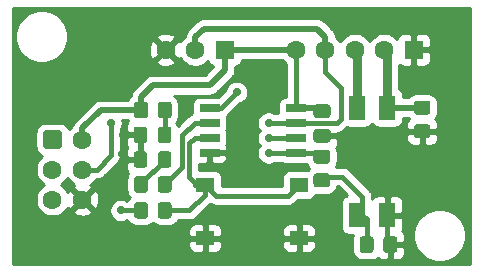
<source format=gtl>
%TF.GenerationSoftware,KiCad,Pcbnew,(5.1.10)-1*%
%TF.CreationDate,2022-07-24T21:09:46+02:00*%
%TF.ProjectId,PCB,5043422e-6b69-4636-9164-5f7063625858,rev?*%
%TF.SameCoordinates,Original*%
%TF.FileFunction,Copper,L1,Top*%
%TF.FilePolarity,Positive*%
%FSLAX46Y46*%
G04 Gerber Fmt 4.6, Leading zero omitted, Abs format (unit mm)*
G04 Created by KiCad (PCBNEW (5.1.10)-1) date 2022-07-24 21:09:46*
%MOMM*%
%LPD*%
G01*
G04 APERTURE LIST*
%TA.AperFunction,ComponentPad*%
%ADD10C,1.600000*%
%TD*%
%TA.AperFunction,ComponentPad*%
%ADD11R,1.600000X1.600000*%
%TD*%
%TA.AperFunction,SMDPad,CuDef*%
%ADD12R,1.450000X2.100000*%
%TD*%
%TA.AperFunction,SMDPad,CuDef*%
%ADD13R,1.700000X0.650000*%
%TD*%
%TA.AperFunction,SMDPad,CuDef*%
%ADD14R,1.550000X1.300000*%
%TD*%
%TA.AperFunction,ViaPad*%
%ADD15C,0.700000*%
%TD*%
%TA.AperFunction,Conductor*%
%ADD16C,0.400000*%
%TD*%
%TA.AperFunction,Conductor*%
%ADD17C,0.500000*%
%TD*%
%TA.AperFunction,Conductor*%
%ADD18C,0.800000*%
%TD*%
%TA.AperFunction,Conductor*%
%ADD19C,0.254000*%
%TD*%
%TA.AperFunction,Conductor*%
%ADD20C,0.100000*%
%TD*%
G04 APERTURE END LIST*
%TO.P,C1,2*%
%TO.N,GND*%
%TA.AperFunction,SMDPad,CuDef*%
G36*
G01*
X164350000Y-129887500D02*
X165300000Y-129887500D01*
G75*
G02*
X165550000Y-130137500I0J-250000D01*
G01*
X165550000Y-130812500D01*
G75*
G02*
X165300000Y-131062500I-250000J0D01*
G01*
X164350000Y-131062500D01*
G75*
G02*
X164100000Y-130812500I0J250000D01*
G01*
X164100000Y-130137500D01*
G75*
G02*
X164350000Y-129887500I250000J0D01*
G01*
G37*
%TD.AperFunction*%
%TO.P,C1,1*%
%TO.N,+5V*%
%TA.AperFunction,SMDPad,CuDef*%
G36*
G01*
X164350000Y-127812500D02*
X165300000Y-127812500D01*
G75*
G02*
X165550000Y-128062500I0J-250000D01*
G01*
X165550000Y-128737500D01*
G75*
G02*
X165300000Y-128987500I-250000J0D01*
G01*
X164350000Y-128987500D01*
G75*
G02*
X164100000Y-128737500I0J250000D01*
G01*
X164100000Y-128062500D01*
G75*
G02*
X164350000Y-127812500I250000J0D01*
G01*
G37*
%TD.AperFunction*%
%TD*%
D10*
%TO.P,J1,6*%
%TO.N,GND*%
X144540000Y-135880000D03*
%TO.P,J1,4*%
%TO.N,/MCU_OUT_THROTTLE_SIG*%
X144540000Y-133340000D03*
%TO.P,J1,2*%
%TO.N,+5V*%
X144540000Y-130800000D03*
%TO.P,J1,5*%
%TO.N,Net-(J1-Pad5)*%
X142000000Y-135880000D03*
%TO.P,J1,3*%
%TO.N,/THROTTLE_PEDAL_SIG*%
X142000000Y-133340000D03*
%TO.P,J1,1*%
%TO.N,Net-(J1-Pad1)*%
%TA.AperFunction,ComponentPad*%
G36*
G01*
X141200000Y-131364800D02*
X141200000Y-130235200D01*
G75*
G02*
X141435200Y-130000000I235200J0D01*
G01*
X142564800Y-130000000D01*
G75*
G02*
X142800000Y-130235200I0J-235200D01*
G01*
X142800000Y-131364800D01*
G75*
G02*
X142564800Y-131600000I-235200J0D01*
G01*
X141435200Y-131600000D01*
G75*
G02*
X141200000Y-131364800I0J235200D01*
G01*
G37*
%TD.AperFunction*%
%TD*%
%TO.P,J3,5*%
%TO.N,+5V*%
X162600000Y-123200000D03*
%TO.P,J3,4*%
%TO.N,/THROTTLE_PEDAL_SIG*%
X165100000Y-123200000D03*
%TO.P,J3,3*%
%TO.N,/KEY*%
X167600000Y-123200000D03*
%TO.P,J3,2*%
%TO.N,/THROTTLE_COND_SIG*%
X170100000Y-123200000D03*
D11*
%TO.P,J3,1*%
%TO.N,GND*%
X172600000Y-123200000D03*
%TD*%
%TO.P,J2,1*%
%TO.N,+5V*%
X156600000Y-123200000D03*
D10*
%TO.P,J2,2*%
%TO.N,/THROTTLE_PEDAL_SIG*%
X154100000Y-123200000D03*
%TO.P,J2,3*%
%TO.N,GND*%
X151600000Y-123200000D03*
%TD*%
D12*
%TO.P,U2,4*%
%TO.N,/KEY*%
X167800000Y-128100000D03*
%TO.P,U2,3*%
%TO.N,/THROTTLE_COND_SIG*%
X170340000Y-128100000D03*
%TO.P,U2,2*%
%TO.N,GND*%
X170340000Y-137200000D03*
%TO.P,U2,1*%
%TO.N,Net-(R2-Pad1)*%
X167800000Y-137200000D03*
%TD*%
D13*
%TO.P,U1,8*%
%TO.N,+5V*%
X162600000Y-128130000D03*
%TO.P,U1,7*%
%TO.N,/THROTTLE_PEDAL_SIG*%
X162600000Y-129400000D03*
%TO.P,U1,6*%
%TO.N,Net-(J1-Pad1)*%
X162600000Y-130670000D03*
%TO.P,U1,5*%
%TO.N,/MCU_OUT_THROTTLE_SIG*%
X162600000Y-131940000D03*
%TO.P,U1,4*%
%TO.N,GND*%
X155300000Y-131940000D03*
%TO.P,U1,3*%
%TO.N,/MCU_IN_BT*%
X155300000Y-130670000D03*
%TO.P,U1,2*%
%TO.N,/MCU_OUT_LED*%
X155300000Y-129400000D03*
%TO.P,U1,1*%
%TO.N,Net-(J1-Pad5)*%
X155300000Y-128130000D03*
%TD*%
D14*
%TO.P,SW1,4*%
%TO.N,/MCU_IN_BT*%
X154925000Y-134650000D03*
%TO.P,SW1,3*%
X162875000Y-134650000D03*
%TO.P,SW1,2*%
%TO.N,GND*%
X154925000Y-139150000D03*
%TO.P,SW1,1*%
X162875000Y-139150000D03*
%TD*%
%TO.P,R6,2*%
%TO.N,GND*%
%TA.AperFunction,SMDPad,CuDef*%
G36*
G01*
X172849999Y-129500000D02*
X173750001Y-129500000D01*
G75*
G02*
X174000000Y-129749999I0J-249999D01*
G01*
X174000000Y-130450001D01*
G75*
G02*
X173750001Y-130700000I-249999J0D01*
G01*
X172849999Y-130700000D01*
G75*
G02*
X172600000Y-130450001I0J249999D01*
G01*
X172600000Y-129749999D01*
G75*
G02*
X172849999Y-129500000I249999J0D01*
G01*
G37*
%TD.AperFunction*%
%TO.P,R6,1*%
%TO.N,/THROTTLE_COND_SIG*%
%TA.AperFunction,SMDPad,CuDef*%
G36*
G01*
X172849999Y-127500000D02*
X173750001Y-127500000D01*
G75*
G02*
X174000000Y-127749999I0J-249999D01*
G01*
X174000000Y-128450001D01*
G75*
G02*
X173750001Y-128700000I-249999J0D01*
G01*
X172849999Y-128700000D01*
G75*
G02*
X172600000Y-128450001I0J249999D01*
G01*
X172600000Y-127749999D01*
G75*
G02*
X172849999Y-127500000I249999J0D01*
G01*
G37*
%TD.AperFunction*%
%TD*%
%TO.P,R5,2*%
%TO.N,/MCU_IN_BT*%
%TA.AperFunction,SMDPad,CuDef*%
G36*
G01*
X150900000Y-137250001D02*
X150900000Y-136349999D01*
G75*
G02*
X151149999Y-136100000I249999J0D01*
G01*
X151850001Y-136100000D01*
G75*
G02*
X152100000Y-136349999I0J-249999D01*
G01*
X152100000Y-137250001D01*
G75*
G02*
X151850001Y-137500000I-249999J0D01*
G01*
X151149999Y-137500000D01*
G75*
G02*
X150900000Y-137250001I0J249999D01*
G01*
G37*
%TD.AperFunction*%
%TO.P,R5,1*%
%TO.N,+5V*%
%TA.AperFunction,SMDPad,CuDef*%
G36*
G01*
X148900000Y-137250001D02*
X148900000Y-136349999D01*
G75*
G02*
X149149999Y-136100000I249999J0D01*
G01*
X149850001Y-136100000D01*
G75*
G02*
X150100000Y-136349999I0J-249999D01*
G01*
X150100000Y-137250001D01*
G75*
G02*
X149850001Y-137500000I-249999J0D01*
G01*
X149149999Y-137500000D01*
G75*
G02*
X148900000Y-137250001I0J249999D01*
G01*
G37*
%TD.AperFunction*%
%TD*%
%TO.P,R4,2*%
%TO.N,/MCU_OUT_LED*%
%TA.AperFunction,SMDPad,CuDef*%
G36*
G01*
X150900000Y-135050001D02*
X150900000Y-134149999D01*
G75*
G02*
X151149999Y-133900000I249999J0D01*
G01*
X151850001Y-133900000D01*
G75*
G02*
X152100000Y-134149999I0J-249999D01*
G01*
X152100000Y-135050001D01*
G75*
G02*
X151850001Y-135300000I-249999J0D01*
G01*
X151149999Y-135300000D01*
G75*
G02*
X150900000Y-135050001I0J249999D01*
G01*
G37*
%TD.AperFunction*%
%TO.P,R4,1*%
%TO.N,Net-(D2-Pad2)*%
%TA.AperFunction,SMDPad,CuDef*%
G36*
G01*
X148900000Y-135050001D02*
X148900000Y-134149999D01*
G75*
G02*
X149149999Y-133900000I249999J0D01*
G01*
X149850001Y-133900000D01*
G75*
G02*
X150100000Y-134149999I0J-249999D01*
G01*
X150100000Y-135050001D01*
G75*
G02*
X149850001Y-135300000I-249999J0D01*
G01*
X149149999Y-135300000D01*
G75*
G02*
X148900000Y-135050001I0J249999D01*
G01*
G37*
%TD.AperFunction*%
%TD*%
%TO.P,R3,2*%
%TO.N,GND*%
%TA.AperFunction,SMDPad,CuDef*%
G36*
G01*
X170000000Y-140150001D02*
X170000000Y-139249999D01*
G75*
G02*
X170249999Y-139000000I249999J0D01*
G01*
X170950001Y-139000000D01*
G75*
G02*
X171200000Y-139249999I0J-249999D01*
G01*
X171200000Y-140150001D01*
G75*
G02*
X170950001Y-140400000I-249999J0D01*
G01*
X170249999Y-140400000D01*
G75*
G02*
X170000000Y-140150001I0J249999D01*
G01*
G37*
%TD.AperFunction*%
%TO.P,R3,1*%
%TO.N,Net-(R2-Pad1)*%
%TA.AperFunction,SMDPad,CuDef*%
G36*
G01*
X168000000Y-140150001D02*
X168000000Y-139249999D01*
G75*
G02*
X168249999Y-139000000I249999J0D01*
G01*
X168950001Y-139000000D01*
G75*
G02*
X169200000Y-139249999I0J-249999D01*
G01*
X169200000Y-140150001D01*
G75*
G02*
X168950001Y-140400000I-249999J0D01*
G01*
X168249999Y-140400000D01*
G75*
G02*
X168000000Y-140150001I0J249999D01*
G01*
G37*
%TD.AperFunction*%
%TD*%
%TO.P,R2,2*%
%TO.N,/MCU_OUT_THROTTLE_SIG*%
%TA.AperFunction,SMDPad,CuDef*%
G36*
G01*
X165250001Y-132850000D02*
X164349999Y-132850000D01*
G75*
G02*
X164100000Y-132600001I0J249999D01*
G01*
X164100000Y-131899999D01*
G75*
G02*
X164349999Y-131650000I249999J0D01*
G01*
X165250001Y-131650000D01*
G75*
G02*
X165500000Y-131899999I0J-249999D01*
G01*
X165500000Y-132600001D01*
G75*
G02*
X165250001Y-132850000I-249999J0D01*
G01*
G37*
%TD.AperFunction*%
%TO.P,R2,1*%
%TO.N,Net-(R2-Pad1)*%
%TA.AperFunction,SMDPad,CuDef*%
G36*
G01*
X165250001Y-134850000D02*
X164349999Y-134850000D01*
G75*
G02*
X164100000Y-134600001I0J249999D01*
G01*
X164100000Y-133899999D01*
G75*
G02*
X164349999Y-133650000I249999J0D01*
G01*
X165250001Y-133650000D01*
G75*
G02*
X165500000Y-133899999I0J-249999D01*
G01*
X165500000Y-134600001D01*
G75*
G02*
X165250001Y-134850000I-249999J0D01*
G01*
G37*
%TD.AperFunction*%
%TD*%
%TO.P,R1,2*%
%TO.N,+5V*%
%TA.AperFunction,SMDPad,CuDef*%
G36*
G01*
X150100000Y-127849999D02*
X150100000Y-128750001D01*
G75*
G02*
X149850001Y-129000000I-249999J0D01*
G01*
X149149999Y-129000000D01*
G75*
G02*
X148900000Y-128750001I0J249999D01*
G01*
X148900000Y-127849999D01*
G75*
G02*
X149149999Y-127600000I249999J0D01*
G01*
X149850001Y-127600000D01*
G75*
G02*
X150100000Y-127849999I0J-249999D01*
G01*
G37*
%TD.AperFunction*%
%TO.P,R1,1*%
%TO.N,Net-(D1-Pad2)*%
%TA.AperFunction,SMDPad,CuDef*%
G36*
G01*
X152100000Y-127849999D02*
X152100000Y-128750001D01*
G75*
G02*
X151850001Y-129000000I-249999J0D01*
G01*
X151149999Y-129000000D01*
G75*
G02*
X150900000Y-128750001I0J249999D01*
G01*
X150900000Y-127849999D01*
G75*
G02*
X151149999Y-127600000I249999J0D01*
G01*
X151850001Y-127600000D01*
G75*
G02*
X152100000Y-127849999I0J-249999D01*
G01*
G37*
%TD.AperFunction*%
%TD*%
%TO.P,D2,2*%
%TO.N,Net-(D2-Pad2)*%
%TA.AperFunction,SMDPad,CuDef*%
G36*
G01*
X150925000Y-132950001D02*
X150925000Y-132049999D01*
G75*
G02*
X151174999Y-131800000I249999J0D01*
G01*
X151825001Y-131800000D01*
G75*
G02*
X152075000Y-132049999I0J-249999D01*
G01*
X152075000Y-132950001D01*
G75*
G02*
X151825001Y-133200000I-249999J0D01*
G01*
X151174999Y-133200000D01*
G75*
G02*
X150925000Y-132950001I0J249999D01*
G01*
G37*
%TD.AperFunction*%
%TO.P,D2,1*%
%TO.N,GND*%
%TA.AperFunction,SMDPad,CuDef*%
G36*
G01*
X148875000Y-132950001D02*
X148875000Y-132049999D01*
G75*
G02*
X149124999Y-131800000I249999J0D01*
G01*
X149775001Y-131800000D01*
G75*
G02*
X150025000Y-132049999I0J-249999D01*
G01*
X150025000Y-132950001D01*
G75*
G02*
X149775001Y-133200000I-249999J0D01*
G01*
X149124999Y-133200000D01*
G75*
G02*
X148875000Y-132950001I0J249999D01*
G01*
G37*
%TD.AperFunction*%
%TD*%
%TO.P,D1,2*%
%TO.N,Net-(D1-Pad2)*%
%TA.AperFunction,SMDPad,CuDef*%
G36*
G01*
X150925000Y-130850001D02*
X150925000Y-129949999D01*
G75*
G02*
X151174999Y-129700000I249999J0D01*
G01*
X151825001Y-129700000D01*
G75*
G02*
X152075000Y-129949999I0J-249999D01*
G01*
X152075000Y-130850001D01*
G75*
G02*
X151825001Y-131100000I-249999J0D01*
G01*
X151174999Y-131100000D01*
G75*
G02*
X150925000Y-130850001I0J249999D01*
G01*
G37*
%TD.AperFunction*%
%TO.P,D1,1*%
%TO.N,GND*%
%TA.AperFunction,SMDPad,CuDef*%
G36*
G01*
X148875000Y-130850001D02*
X148875000Y-129949999D01*
G75*
G02*
X149124999Y-129700000I249999J0D01*
G01*
X149775001Y-129700000D01*
G75*
G02*
X150025000Y-129949999I0J-249999D01*
G01*
X150025000Y-130850001D01*
G75*
G02*
X149775001Y-131100000I-249999J0D01*
G01*
X149124999Y-131100000D01*
G75*
G02*
X148875000Y-130850001I0J249999D01*
G01*
G37*
%TD.AperFunction*%
%TD*%
D15*
%TO.N,GND*%
X154700000Y-133100000D03*
X155500000Y-133100000D03*
X157100000Y-132300000D03*
X157100000Y-131500000D03*
X153100000Y-139100000D03*
X154900000Y-140800000D03*
X156700000Y-139100000D03*
X161100000Y-139100000D03*
X162900000Y-140800000D03*
X164700000Y-139100000D03*
X172100000Y-136600000D03*
X172100000Y-137800000D03*
X173300000Y-131700000D03*
X175000000Y-130100000D03*
X148000000Y-130400000D03*
X147900000Y-132000000D03*
X147900000Y-132900000D03*
X157100000Y-133100000D03*
X156300000Y-133100000D03*
X170600000Y-141100000D03*
X172100000Y-139700000D03*
X166500000Y-130500000D03*
%TO.N,/MCU_OUT_THROTTLE_SIG*%
X146950000Y-129400000D03*
X160300000Y-131940000D03*
%TO.N,+5V*%
X147800000Y-136800000D03*
%TO.N,Net-(J1-Pad5)*%
X157600000Y-126800000D03*
%TO.N,/THROTTLE_PEDAL_SIG*%
X160300000Y-129400000D03*
%TO.N,Net-(J1-Pad1)*%
X160300000Y-130670000D03*
%TD*%
D16*
%TO.N,Net-(D1-Pad2)*%
X151500000Y-128300000D02*
X151500000Y-130400000D01*
%TO.N,GND*%
X170340000Y-139440000D02*
X170600000Y-139700000D01*
X170340000Y-137200000D02*
X170340000Y-139440000D01*
%TO.N,Net-(D2-Pad2)*%
X149500000Y-134500000D02*
X151500000Y-132500000D01*
X149500000Y-134600000D02*
X149500000Y-134500000D01*
%TO.N,/MCU_OUT_THROTTLE_SIG*%
X162560000Y-131900000D02*
X162600000Y-131940000D01*
X160300000Y-131940000D02*
X162600000Y-131940000D01*
X146950000Y-129894974D02*
X146950000Y-129400000D01*
X146950001Y-132149999D02*
X146950000Y-129894974D01*
X145760000Y-133340000D02*
X146950001Y-132149999D01*
X144540000Y-133340000D02*
X145760000Y-133340000D01*
X164690000Y-131940000D02*
X165000000Y-132250000D01*
X164490000Y-131940000D02*
X164800000Y-132250000D01*
X162600000Y-131940000D02*
X164490000Y-131940000D01*
D17*
%TO.N,+5V*%
X156600000Y-123200000D02*
X156600000Y-124900000D01*
X156600000Y-124900000D02*
X155300000Y-126200000D01*
X155300000Y-126200000D02*
X150500000Y-126200000D01*
X149500000Y-127200000D02*
X149500000Y-128300000D01*
X150500000Y-126200000D02*
X149500000Y-127200000D01*
D16*
X149500000Y-136800000D02*
X147800000Y-136800000D01*
D17*
X144540000Y-129860000D02*
X144540000Y-130800000D01*
X146100000Y-128300000D02*
X144540000Y-129860000D01*
X149500000Y-128300000D02*
X146100000Y-128300000D01*
X156600000Y-123200000D02*
X162600000Y-123200000D01*
D16*
X162600000Y-128130000D02*
X162600000Y-125900000D01*
X162600000Y-125900000D02*
X162600000Y-123200000D01*
X164780000Y-128130000D02*
X165000000Y-128350000D01*
D17*
X164555000Y-128130000D02*
X164825000Y-128400000D01*
X162600000Y-128130000D02*
X164555000Y-128130000D01*
D16*
%TO.N,Net-(J1-Pad5)*%
X155300000Y-128130000D02*
X156170000Y-128130000D01*
X156270000Y-128130000D02*
X157600000Y-126800000D01*
X155300000Y-128130000D02*
X156270000Y-128130000D01*
D17*
%TO.N,/THROTTLE_PEDAL_SIG*%
X165100000Y-123200000D02*
X165100000Y-122100000D01*
X165100000Y-122100000D02*
X164400000Y-121400000D01*
X154100000Y-123200000D02*
X154100000Y-122100000D01*
X154800000Y-121400000D02*
X164400000Y-121400000D01*
X154100000Y-122100000D02*
X154800000Y-121400000D01*
D16*
X160300000Y-129400000D02*
X162600000Y-129400000D01*
X165100000Y-125100000D02*
X165100000Y-123200000D01*
X166400000Y-126400000D02*
X165100000Y-125100000D01*
X166400000Y-129100000D02*
X166400000Y-126400000D01*
X166100000Y-129400000D02*
X166400000Y-129100000D01*
X162600000Y-129400000D02*
X166100000Y-129400000D01*
%TO.N,Net-(J1-Pad1)*%
X160300000Y-130670000D02*
X162600000Y-130670000D01*
D18*
%TO.N,/KEY*%
X167800000Y-123400000D02*
X167600000Y-123200000D01*
X167800000Y-128100000D02*
X167800000Y-123400000D01*
D17*
%TO.N,/THROTTLE_COND_SIG*%
X170790000Y-128100000D02*
X173300000Y-128100000D01*
D18*
X170340000Y-123440000D02*
X170100000Y-123200000D01*
X170340000Y-128100000D02*
X170340000Y-123440000D01*
D16*
%TO.N,Net-(R2-Pad1)*%
X165000000Y-133940000D02*
X166540000Y-133940000D01*
X168250000Y-135650000D02*
X166540000Y-133940000D01*
X168250000Y-137200000D02*
X168250000Y-135650000D01*
X168600000Y-137550000D02*
X168250000Y-137200000D01*
X168600000Y-139700000D02*
X168600000Y-137550000D01*
%TO.N,/MCU_OUT_LED*%
X154050000Y-129400000D02*
X153000000Y-130450000D01*
X155300000Y-129400000D02*
X154050000Y-129400000D01*
X153000000Y-133100000D02*
X153000000Y-131400000D01*
X151500000Y-134600000D02*
X153000000Y-133100000D01*
X153000000Y-131400000D02*
X153000000Y-131800000D01*
X153000000Y-130450000D02*
X153000000Y-131400000D01*
%TO.N,/MCU_IN_BT*%
X151500000Y-136800000D02*
X153600000Y-136800000D01*
X154925000Y-135475000D02*
X154925000Y-134650000D01*
X153600000Y-136800000D02*
X154925000Y-135475000D01*
X154925000Y-134650000D02*
X154050000Y-134650000D01*
X154925000Y-134650000D02*
X154250000Y-134650000D01*
X154250000Y-134650000D02*
X153600000Y-134000000D01*
X154050000Y-130670000D02*
X155300000Y-130670000D01*
X153600000Y-131120000D02*
X154050000Y-130670000D01*
X153600000Y-134000000D02*
X153600000Y-131120000D01*
X162875000Y-134650000D02*
X161925000Y-135600000D01*
X155875000Y-135600000D02*
X154925000Y-134650000D01*
X161925000Y-135600000D02*
X155875000Y-135600000D01*
%TD*%
D19*
%TO.N,GND*%
X177340000Y-141340000D02*
X138660000Y-141340000D01*
X138660000Y-139800000D01*
X153511928Y-139800000D01*
X153524188Y-139924482D01*
X153560498Y-140044180D01*
X153619463Y-140154494D01*
X153698815Y-140251185D01*
X153795506Y-140330537D01*
X153905820Y-140389502D01*
X154025518Y-140425812D01*
X154150000Y-140438072D01*
X154639250Y-140435000D01*
X154798000Y-140276250D01*
X154798000Y-139277000D01*
X155052000Y-139277000D01*
X155052000Y-140276250D01*
X155210750Y-140435000D01*
X155700000Y-140438072D01*
X155824482Y-140425812D01*
X155944180Y-140389502D01*
X156054494Y-140330537D01*
X156151185Y-140251185D01*
X156230537Y-140154494D01*
X156289502Y-140044180D01*
X156325812Y-139924482D01*
X156338072Y-139800000D01*
X161461928Y-139800000D01*
X161474188Y-139924482D01*
X161510498Y-140044180D01*
X161569463Y-140154494D01*
X161648815Y-140251185D01*
X161745506Y-140330537D01*
X161855820Y-140389502D01*
X161975518Y-140425812D01*
X162100000Y-140438072D01*
X162589250Y-140435000D01*
X162748000Y-140276250D01*
X162748000Y-139277000D01*
X163002000Y-139277000D01*
X163002000Y-140276250D01*
X163160750Y-140435000D01*
X163650000Y-140438072D01*
X163774482Y-140425812D01*
X163894180Y-140389502D01*
X164004494Y-140330537D01*
X164101185Y-140251185D01*
X164180537Y-140154494D01*
X164239502Y-140044180D01*
X164275812Y-139924482D01*
X164288072Y-139800000D01*
X164285000Y-139435750D01*
X164126250Y-139277000D01*
X163002000Y-139277000D01*
X162748000Y-139277000D01*
X161623750Y-139277000D01*
X161465000Y-139435750D01*
X161461928Y-139800000D01*
X156338072Y-139800000D01*
X156335000Y-139435750D01*
X156176250Y-139277000D01*
X155052000Y-139277000D01*
X154798000Y-139277000D01*
X153673750Y-139277000D01*
X153515000Y-139435750D01*
X153511928Y-139800000D01*
X138660000Y-139800000D01*
X138660000Y-138500000D01*
X153511928Y-138500000D01*
X153515000Y-138864250D01*
X153673750Y-139023000D01*
X154798000Y-139023000D01*
X154798000Y-138023750D01*
X155052000Y-138023750D01*
X155052000Y-139023000D01*
X156176250Y-139023000D01*
X156335000Y-138864250D01*
X156338072Y-138500000D01*
X161461928Y-138500000D01*
X161465000Y-138864250D01*
X161623750Y-139023000D01*
X162748000Y-139023000D01*
X162748000Y-138023750D01*
X163002000Y-138023750D01*
X163002000Y-139023000D01*
X164126250Y-139023000D01*
X164285000Y-138864250D01*
X164288072Y-138500000D01*
X164275812Y-138375518D01*
X164239502Y-138255820D01*
X164180537Y-138145506D01*
X164101185Y-138048815D01*
X164004494Y-137969463D01*
X163894180Y-137910498D01*
X163774482Y-137874188D01*
X163650000Y-137861928D01*
X163160750Y-137865000D01*
X163002000Y-138023750D01*
X162748000Y-138023750D01*
X162589250Y-137865000D01*
X162100000Y-137861928D01*
X161975518Y-137874188D01*
X161855820Y-137910498D01*
X161745506Y-137969463D01*
X161648815Y-138048815D01*
X161569463Y-138145506D01*
X161510498Y-138255820D01*
X161474188Y-138375518D01*
X161461928Y-138500000D01*
X156338072Y-138500000D01*
X156325812Y-138375518D01*
X156289502Y-138255820D01*
X156230537Y-138145506D01*
X156151185Y-138048815D01*
X156054494Y-137969463D01*
X155944180Y-137910498D01*
X155824482Y-137874188D01*
X155700000Y-137861928D01*
X155210750Y-137865000D01*
X155052000Y-138023750D01*
X154798000Y-138023750D01*
X154639250Y-137865000D01*
X154150000Y-137861928D01*
X154025518Y-137874188D01*
X153905820Y-137910498D01*
X153795506Y-137969463D01*
X153698815Y-138048815D01*
X153619463Y-138145506D01*
X153560498Y-138255820D01*
X153524188Y-138375518D01*
X153511928Y-138500000D01*
X138660000Y-138500000D01*
X138660000Y-130235200D01*
X140561928Y-130235200D01*
X140561928Y-131364800D01*
X140578708Y-131535167D01*
X140628402Y-131698987D01*
X140709101Y-131849964D01*
X140817703Y-131982297D01*
X140950036Y-132090899D01*
X141101013Y-132171598D01*
X141145507Y-132185095D01*
X141085241Y-132225363D01*
X140885363Y-132425241D01*
X140728320Y-132660273D01*
X140620147Y-132921426D01*
X140565000Y-133198665D01*
X140565000Y-133481335D01*
X140620147Y-133758574D01*
X140728320Y-134019727D01*
X140885363Y-134254759D01*
X141085241Y-134454637D01*
X141317759Y-134610000D01*
X141085241Y-134765363D01*
X140885363Y-134965241D01*
X140728320Y-135200273D01*
X140620147Y-135461426D01*
X140565000Y-135738665D01*
X140565000Y-136021335D01*
X140620147Y-136298574D01*
X140728320Y-136559727D01*
X140885363Y-136794759D01*
X141085241Y-136994637D01*
X141320273Y-137151680D01*
X141581426Y-137259853D01*
X141858665Y-137315000D01*
X142141335Y-137315000D01*
X142418574Y-137259853D01*
X142679727Y-137151680D01*
X142914759Y-136994637D01*
X143036694Y-136872702D01*
X143726903Y-136872702D01*
X143798486Y-137116671D01*
X144053996Y-137237571D01*
X144328184Y-137306300D01*
X144610512Y-137320217D01*
X144890130Y-137278787D01*
X145156292Y-137183603D01*
X145281514Y-137116671D01*
X145353097Y-136872702D01*
X144540000Y-136059605D01*
X143726903Y-136872702D01*
X143036694Y-136872702D01*
X143114637Y-136794759D01*
X143270915Y-136560872D01*
X143303329Y-136621514D01*
X143547298Y-136693097D01*
X144360395Y-135880000D01*
X144719605Y-135880000D01*
X145532702Y-136693097D01*
X145776671Y-136621514D01*
X145897571Y-136366004D01*
X145966300Y-136091816D01*
X145980217Y-135809488D01*
X145938787Y-135529870D01*
X145843603Y-135263708D01*
X145776671Y-135138486D01*
X145532702Y-135066903D01*
X144719605Y-135880000D01*
X144360395Y-135880000D01*
X143547298Y-135066903D01*
X143303329Y-135138486D01*
X143272806Y-135202992D01*
X143271680Y-135200273D01*
X143114637Y-134965241D01*
X142914759Y-134765363D01*
X142682241Y-134610000D01*
X142914759Y-134454637D01*
X143114637Y-134254759D01*
X143270000Y-134022241D01*
X143425363Y-134254759D01*
X143625241Y-134454637D01*
X143859128Y-134610915D01*
X143798486Y-134643329D01*
X143726903Y-134887298D01*
X144540000Y-135700395D01*
X145353097Y-134887298D01*
X145281514Y-134643329D01*
X145217008Y-134612806D01*
X145219727Y-134611680D01*
X145454759Y-134454637D01*
X145654637Y-134254759D01*
X145707930Y-134175000D01*
X145718982Y-134175000D01*
X145760000Y-134179040D01*
X145801018Y-134175000D01*
X145801019Y-134175000D01*
X145923689Y-134162918D01*
X146081087Y-134115172D01*
X146226146Y-134037636D01*
X146353291Y-133933291D01*
X146379445Y-133901422D01*
X147511438Y-132769431D01*
X147543292Y-132743289D01*
X147569433Y-132711436D01*
X147569440Y-132711429D01*
X147647637Y-132616144D01*
X147725173Y-132471086D01*
X147772919Y-132313687D01*
X147789041Y-132149999D01*
X147785001Y-132108980D01*
X147785001Y-131100000D01*
X148236928Y-131100000D01*
X148249188Y-131224482D01*
X148285498Y-131344180D01*
X148342061Y-131450000D01*
X148285498Y-131555820D01*
X148249188Y-131675518D01*
X148236928Y-131800000D01*
X148240000Y-132214250D01*
X148398750Y-132373000D01*
X149323000Y-132373000D01*
X149323000Y-130527000D01*
X148398750Y-130527000D01*
X148240000Y-130685750D01*
X148236928Y-131100000D01*
X147785001Y-131100000D01*
X147784999Y-129936002D01*
X147785000Y-129935993D01*
X147785000Y-129923287D01*
X147822896Y-129866572D01*
X147897147Y-129687314D01*
X147935000Y-129497014D01*
X147935000Y-129302986D01*
X147911531Y-129185000D01*
X148380386Y-129185000D01*
X148411595Y-129243387D01*
X148419932Y-129253546D01*
X148344463Y-129345506D01*
X148285498Y-129455820D01*
X148249188Y-129575518D01*
X148236928Y-129700000D01*
X148240000Y-130114250D01*
X148398750Y-130273000D01*
X149323000Y-130273000D01*
X149323000Y-130253000D01*
X149577000Y-130253000D01*
X149577000Y-130273000D01*
X149597000Y-130273000D01*
X149597000Y-130527000D01*
X149577000Y-130527000D01*
X149577000Y-132373000D01*
X149597000Y-132373000D01*
X149597000Y-132627000D01*
X149577000Y-132627000D01*
X149577000Y-132647000D01*
X149323000Y-132647000D01*
X149323000Y-132627000D01*
X148398750Y-132627000D01*
X148240000Y-132785750D01*
X148236928Y-133200000D01*
X148249188Y-133324482D01*
X148285498Y-133444180D01*
X148344463Y-133554494D01*
X148419932Y-133646454D01*
X148411595Y-133656613D01*
X148329528Y-133810149D01*
X148278992Y-133976745D01*
X148261928Y-134149999D01*
X148261928Y-135050001D01*
X148278992Y-135223255D01*
X148329528Y-135389851D01*
X148411595Y-135543387D01*
X148522038Y-135677962D01*
X148548891Y-135700000D01*
X148522038Y-135722038D01*
X148411595Y-135856613D01*
X148353661Y-135965000D01*
X148323287Y-135965000D01*
X148266572Y-135927104D01*
X148087314Y-135852853D01*
X147897014Y-135815000D01*
X147702986Y-135815000D01*
X147512686Y-135852853D01*
X147333428Y-135927104D01*
X147172099Y-136034901D01*
X147034901Y-136172099D01*
X146927104Y-136333428D01*
X146852853Y-136512686D01*
X146815000Y-136702986D01*
X146815000Y-136897014D01*
X146852853Y-137087314D01*
X146927104Y-137266572D01*
X147034901Y-137427901D01*
X147172099Y-137565099D01*
X147333428Y-137672896D01*
X147512686Y-137747147D01*
X147702986Y-137785000D01*
X147897014Y-137785000D01*
X148087314Y-137747147D01*
X148266572Y-137672896D01*
X148323287Y-137635000D01*
X148353661Y-137635000D01*
X148411595Y-137743387D01*
X148522038Y-137877962D01*
X148656613Y-137988405D01*
X148810149Y-138070472D01*
X148976745Y-138121008D01*
X149149999Y-138138072D01*
X149850001Y-138138072D01*
X150023255Y-138121008D01*
X150189851Y-138070472D01*
X150343387Y-137988405D01*
X150477962Y-137877962D01*
X150500000Y-137851109D01*
X150522038Y-137877962D01*
X150656613Y-137988405D01*
X150810149Y-138070472D01*
X150976745Y-138121008D01*
X151149999Y-138138072D01*
X151850001Y-138138072D01*
X152023255Y-138121008D01*
X152189851Y-138070472D01*
X152343387Y-137988405D01*
X152477962Y-137877962D01*
X152588405Y-137743387D01*
X152646339Y-137635000D01*
X153558982Y-137635000D01*
X153600000Y-137639040D01*
X153641018Y-137635000D01*
X153641019Y-137635000D01*
X153763689Y-137622918D01*
X153921087Y-137575172D01*
X154066146Y-137497636D01*
X154193291Y-137393291D01*
X154219446Y-137361421D01*
X155339856Y-136241011D01*
X155408854Y-136297636D01*
X155553913Y-136375172D01*
X155711311Y-136422918D01*
X155730704Y-136424828D01*
X155875000Y-136439040D01*
X155916018Y-136435000D01*
X161883982Y-136435000D01*
X161925000Y-136439040D01*
X161966018Y-136435000D01*
X161966019Y-136435000D01*
X162088689Y-136422918D01*
X162246087Y-136375172D01*
X162391146Y-136297636D01*
X162518291Y-136193291D01*
X162544445Y-136161422D01*
X162767796Y-135938072D01*
X163650000Y-135938072D01*
X163774482Y-135925812D01*
X163894180Y-135889502D01*
X164004494Y-135830537D01*
X164101185Y-135751185D01*
X164180537Y-135654494D01*
X164239502Y-135544180D01*
X164259234Y-135479132D01*
X164349999Y-135488072D01*
X165250001Y-135488072D01*
X165423255Y-135471008D01*
X165589851Y-135420472D01*
X165743387Y-135338405D01*
X165877962Y-135227962D01*
X165988405Y-135093387D01*
X166070472Y-134939851D01*
X166120479Y-134775000D01*
X166194133Y-134775000D01*
X166944996Y-135525863D01*
X166830820Y-135560498D01*
X166720506Y-135619463D01*
X166623815Y-135698815D01*
X166544463Y-135795506D01*
X166485498Y-135905820D01*
X166449188Y-136025518D01*
X166436928Y-136150000D01*
X166436928Y-138250000D01*
X166449188Y-138374482D01*
X166485498Y-138494180D01*
X166544463Y-138604494D01*
X166623815Y-138701185D01*
X166720506Y-138780537D01*
X166830820Y-138839502D01*
X166950518Y-138875812D01*
X167075000Y-138888072D01*
X167441328Y-138888072D01*
X167429528Y-138910149D01*
X167378992Y-139076745D01*
X167361928Y-139249999D01*
X167361928Y-140150001D01*
X167378992Y-140323255D01*
X167429528Y-140489851D01*
X167511595Y-140643387D01*
X167622038Y-140777962D01*
X167756613Y-140888405D01*
X167910149Y-140970472D01*
X168076745Y-141021008D01*
X168249999Y-141038072D01*
X168950001Y-141038072D01*
X169123255Y-141021008D01*
X169289851Y-140970472D01*
X169443387Y-140888405D01*
X169524637Y-140821724D01*
X169548815Y-140851185D01*
X169645506Y-140930537D01*
X169755820Y-140989502D01*
X169875518Y-141025812D01*
X170000000Y-141038072D01*
X170314250Y-141035000D01*
X170473000Y-140876250D01*
X170473000Y-139827000D01*
X170727000Y-139827000D01*
X170727000Y-140876250D01*
X170885750Y-141035000D01*
X171200000Y-141038072D01*
X171324482Y-141025812D01*
X171444180Y-140989502D01*
X171554494Y-140930537D01*
X171651185Y-140851185D01*
X171730537Y-140754494D01*
X171789502Y-140644180D01*
X171825812Y-140524482D01*
X171838072Y-140400000D01*
X171835000Y-139985750D01*
X171676250Y-139827000D01*
X170727000Y-139827000D01*
X170473000Y-139827000D01*
X170453000Y-139827000D01*
X170453000Y-139573000D01*
X170473000Y-139573000D01*
X170473000Y-139553000D01*
X170727000Y-139553000D01*
X170727000Y-139573000D01*
X171676250Y-139573000D01*
X171835000Y-139414250D01*
X171838072Y-139000000D01*
X171825812Y-138875518D01*
X171789502Y-138755820D01*
X171748907Y-138679872D01*
X172565000Y-138679872D01*
X172565000Y-139120128D01*
X172650890Y-139551925D01*
X172819369Y-139958669D01*
X173063962Y-140324729D01*
X173375271Y-140636038D01*
X173741331Y-140880631D01*
X174148075Y-141049110D01*
X174579872Y-141135000D01*
X175020128Y-141135000D01*
X175451925Y-141049110D01*
X175858669Y-140880631D01*
X176224729Y-140636038D01*
X176536038Y-140324729D01*
X176780631Y-139958669D01*
X176949110Y-139551925D01*
X177035000Y-139120128D01*
X177035000Y-138679872D01*
X176949110Y-138248075D01*
X176780631Y-137841331D01*
X176536038Y-137475271D01*
X176224729Y-137163962D01*
X175858669Y-136919369D01*
X175451925Y-136750890D01*
X175020128Y-136665000D01*
X174579872Y-136665000D01*
X174148075Y-136750890D01*
X173741331Y-136919369D01*
X173375271Y-137163962D01*
X173063962Y-137475271D01*
X172819369Y-137841331D01*
X172650890Y-138248075D01*
X172565000Y-138679872D01*
X171748907Y-138679872D01*
X171730537Y-138645506D01*
X171651185Y-138548815D01*
X171633192Y-138534048D01*
X171654502Y-138494180D01*
X171690812Y-138374482D01*
X171703072Y-138250000D01*
X171700000Y-137485750D01*
X171541250Y-137327000D01*
X170467000Y-137327000D01*
X170467000Y-137347000D01*
X170213000Y-137347000D01*
X170213000Y-137327000D01*
X170193000Y-137327000D01*
X170193000Y-137073000D01*
X170213000Y-137073000D01*
X170213000Y-135673750D01*
X170467000Y-135673750D01*
X170467000Y-137073000D01*
X171541250Y-137073000D01*
X171700000Y-136914250D01*
X171703072Y-136150000D01*
X171690812Y-136025518D01*
X171654502Y-135905820D01*
X171595537Y-135795506D01*
X171516185Y-135698815D01*
X171419494Y-135619463D01*
X171309180Y-135560498D01*
X171189482Y-135524188D01*
X171065000Y-135511928D01*
X170625750Y-135515000D01*
X170467000Y-135673750D01*
X170213000Y-135673750D01*
X170054250Y-135515000D01*
X169615000Y-135511928D01*
X169490518Y-135524188D01*
X169370820Y-135560498D01*
X169260506Y-135619463D01*
X169163815Y-135698815D01*
X169085000Y-135794852D01*
X169085000Y-135691018D01*
X169089040Y-135649999D01*
X169072918Y-135486311D01*
X169025172Y-135328913D01*
X168947636Y-135183854D01*
X168923065Y-135153914D01*
X168843291Y-135056709D01*
X168811426Y-135030559D01*
X167159446Y-133378579D01*
X167133291Y-133346709D01*
X167006146Y-133242364D01*
X166861087Y-133164828D01*
X166703689Y-133117082D01*
X166581019Y-133105000D01*
X166581018Y-133105000D01*
X166540000Y-133100960D01*
X166498982Y-133105000D01*
X165978874Y-133105000D01*
X165988405Y-133093387D01*
X166070472Y-132939851D01*
X166121008Y-132773255D01*
X166138072Y-132600001D01*
X166138072Y-131899999D01*
X166121008Y-131726745D01*
X166070472Y-131560149D01*
X166028104Y-131480884D01*
X166080537Y-131416994D01*
X166139502Y-131306680D01*
X166175812Y-131186982D01*
X166188072Y-131062500D01*
X166185000Y-130760750D01*
X166124250Y-130700000D01*
X171961928Y-130700000D01*
X171974188Y-130824482D01*
X172010498Y-130944180D01*
X172069463Y-131054494D01*
X172148815Y-131151185D01*
X172245506Y-131230537D01*
X172355820Y-131289502D01*
X172475518Y-131325812D01*
X172600000Y-131338072D01*
X173014250Y-131335000D01*
X173173000Y-131176250D01*
X173173000Y-130227000D01*
X173427000Y-130227000D01*
X173427000Y-131176250D01*
X173585750Y-131335000D01*
X174000000Y-131338072D01*
X174124482Y-131325812D01*
X174244180Y-131289502D01*
X174354494Y-131230537D01*
X174451185Y-131151185D01*
X174530537Y-131054494D01*
X174589502Y-130944180D01*
X174625812Y-130824482D01*
X174638072Y-130700000D01*
X174635000Y-130385750D01*
X174476250Y-130227000D01*
X173427000Y-130227000D01*
X173173000Y-130227000D01*
X172123750Y-130227000D01*
X171965000Y-130385750D01*
X171961928Y-130700000D01*
X166124250Y-130700000D01*
X166026250Y-130602000D01*
X164952000Y-130602000D01*
X164952000Y-130622000D01*
X164698000Y-130622000D01*
X164698000Y-130602000D01*
X164678000Y-130602000D01*
X164678000Y-130348000D01*
X164698000Y-130348000D01*
X164698000Y-130328000D01*
X164952000Y-130328000D01*
X164952000Y-130348000D01*
X166026250Y-130348000D01*
X166139057Y-130235193D01*
X166141018Y-130235000D01*
X166141019Y-130235000D01*
X166263689Y-130222918D01*
X166421087Y-130175172D01*
X166566146Y-130097636D01*
X166693291Y-129993291D01*
X166719446Y-129961421D01*
X166915636Y-129765231D01*
X166950518Y-129775812D01*
X167075000Y-129788072D01*
X168525000Y-129788072D01*
X168649482Y-129775812D01*
X168769180Y-129739502D01*
X168879494Y-129680537D01*
X168976185Y-129601185D01*
X169055537Y-129504494D01*
X169070000Y-129477436D01*
X169084463Y-129504494D01*
X169163815Y-129601185D01*
X169260506Y-129680537D01*
X169370820Y-129739502D01*
X169490518Y-129775812D01*
X169615000Y-129788072D01*
X171065000Y-129788072D01*
X171189482Y-129775812D01*
X171309180Y-129739502D01*
X171419494Y-129680537D01*
X171516185Y-129601185D01*
X171595537Y-129504494D01*
X171654502Y-129394180D01*
X171690812Y-129274482D01*
X171703072Y-129150000D01*
X171703072Y-128985000D01*
X172145746Y-128985000D01*
X172178276Y-129024637D01*
X172148815Y-129048815D01*
X172069463Y-129145506D01*
X172010498Y-129255820D01*
X171974188Y-129375518D01*
X171961928Y-129500000D01*
X171965000Y-129814250D01*
X172123750Y-129973000D01*
X173173000Y-129973000D01*
X173173000Y-129953000D01*
X173427000Y-129953000D01*
X173427000Y-129973000D01*
X174476250Y-129973000D01*
X174635000Y-129814250D01*
X174638072Y-129500000D01*
X174625812Y-129375518D01*
X174589502Y-129255820D01*
X174530537Y-129145506D01*
X174451185Y-129048815D01*
X174421724Y-129024637D01*
X174488405Y-128943387D01*
X174570472Y-128789851D01*
X174621008Y-128623255D01*
X174638072Y-128450001D01*
X174638072Y-127749999D01*
X174621008Y-127576745D01*
X174570472Y-127410149D01*
X174488405Y-127256613D01*
X174377962Y-127122038D01*
X174243387Y-127011595D01*
X174089851Y-126929528D01*
X173923255Y-126878992D01*
X173750001Y-126861928D01*
X172849999Y-126861928D01*
X172676745Y-126878992D01*
X172510149Y-126929528D01*
X172356613Y-127011595D01*
X172222038Y-127122038D01*
X172145746Y-127215000D01*
X171703072Y-127215000D01*
X171703072Y-127050000D01*
X171690812Y-126925518D01*
X171654502Y-126805820D01*
X171595537Y-126695506D01*
X171516185Y-126598815D01*
X171419494Y-126519463D01*
X171375000Y-126495680D01*
X171375000Y-124472674D01*
X171445506Y-124530537D01*
X171555820Y-124589502D01*
X171675518Y-124625812D01*
X171800000Y-124638072D01*
X172314250Y-124635000D01*
X172473000Y-124476250D01*
X172473000Y-123327000D01*
X172727000Y-123327000D01*
X172727000Y-124476250D01*
X172885750Y-124635000D01*
X173400000Y-124638072D01*
X173524482Y-124625812D01*
X173644180Y-124589502D01*
X173754494Y-124530537D01*
X173851185Y-124451185D01*
X173930537Y-124354494D01*
X173989502Y-124244180D01*
X174025812Y-124124482D01*
X174038072Y-124000000D01*
X174035000Y-123485750D01*
X173876250Y-123327000D01*
X172727000Y-123327000D01*
X172473000Y-123327000D01*
X172453000Y-123327000D01*
X172453000Y-123073000D01*
X172473000Y-123073000D01*
X172473000Y-121923750D01*
X172727000Y-121923750D01*
X172727000Y-123073000D01*
X173876250Y-123073000D01*
X174035000Y-122914250D01*
X174038072Y-122400000D01*
X174025812Y-122275518D01*
X173989502Y-122155820D01*
X173930537Y-122045506D01*
X173851185Y-121948815D01*
X173754494Y-121869463D01*
X173644180Y-121810498D01*
X173524482Y-121774188D01*
X173400000Y-121761928D01*
X172885750Y-121765000D01*
X172727000Y-121923750D01*
X172473000Y-121923750D01*
X172314250Y-121765000D01*
X171800000Y-121761928D01*
X171675518Y-121774188D01*
X171555820Y-121810498D01*
X171445506Y-121869463D01*
X171348815Y-121948815D01*
X171269463Y-122045506D01*
X171210498Y-122155820D01*
X171181339Y-122251943D01*
X171014759Y-122085363D01*
X170779727Y-121928320D01*
X170518574Y-121820147D01*
X170241335Y-121765000D01*
X169958665Y-121765000D01*
X169681426Y-121820147D01*
X169420273Y-121928320D01*
X169185241Y-122085363D01*
X168985363Y-122285241D01*
X168850000Y-122487827D01*
X168714637Y-122285241D01*
X168514759Y-122085363D01*
X168279727Y-121928320D01*
X168018574Y-121820147D01*
X167741335Y-121765000D01*
X167458665Y-121765000D01*
X167181426Y-121820147D01*
X166920273Y-121928320D01*
X166685241Y-122085363D01*
X166485363Y-122285241D01*
X166350000Y-122487827D01*
X166214637Y-122285241D01*
X166014759Y-122085363D01*
X165985943Y-122066109D01*
X165985000Y-122056533D01*
X165985000Y-122056523D01*
X165972195Y-121926510D01*
X165921589Y-121759687D01*
X165839411Y-121605941D01*
X165812779Y-121573490D01*
X165756532Y-121504953D01*
X165756530Y-121504951D01*
X165728817Y-121471183D01*
X165695049Y-121443470D01*
X165056534Y-120804956D01*
X165028817Y-120771183D01*
X164894059Y-120660589D01*
X164740313Y-120578411D01*
X164573490Y-120527805D01*
X164443477Y-120515000D01*
X164443469Y-120515000D01*
X164400000Y-120510719D01*
X164356531Y-120515000D01*
X154843465Y-120515000D01*
X154799999Y-120510719D01*
X154756533Y-120515000D01*
X154756523Y-120515000D01*
X154626510Y-120527805D01*
X154459687Y-120578411D01*
X154305941Y-120660589D01*
X154305939Y-120660590D01*
X154305940Y-120660590D01*
X154204953Y-120743468D01*
X154204951Y-120743470D01*
X154171183Y-120771183D01*
X154143470Y-120804951D01*
X153504951Y-121443471D01*
X153471184Y-121471183D01*
X153443471Y-121504951D01*
X153443468Y-121504954D01*
X153360590Y-121605941D01*
X153278412Y-121759687D01*
X153227805Y-121926510D01*
X153214057Y-122066109D01*
X153185241Y-122085363D01*
X152985363Y-122285241D01*
X152851308Y-122485869D01*
X152836671Y-122458486D01*
X152592702Y-122386903D01*
X151779605Y-123200000D01*
X152592702Y-124013097D01*
X152836671Y-123941514D01*
X152850324Y-123912659D01*
X152985363Y-124114759D01*
X153185241Y-124314637D01*
X153420273Y-124471680D01*
X153681426Y-124579853D01*
X153958665Y-124635000D01*
X154241335Y-124635000D01*
X154518574Y-124579853D01*
X154779727Y-124471680D01*
X155014759Y-124314637D01*
X155181339Y-124148057D01*
X155210498Y-124244180D01*
X155269463Y-124354494D01*
X155348815Y-124451185D01*
X155445506Y-124530537D01*
X155555820Y-124589502D01*
X155634923Y-124613498D01*
X154933422Y-125315000D01*
X150543469Y-125315000D01*
X150500000Y-125310719D01*
X150456531Y-125315000D01*
X150456523Y-125315000D01*
X150326510Y-125327805D01*
X150159686Y-125378411D01*
X150005941Y-125460589D01*
X149904953Y-125543468D01*
X149904951Y-125543470D01*
X149871183Y-125571183D01*
X149843470Y-125604951D01*
X148904956Y-126543466D01*
X148871183Y-126571183D01*
X148760589Y-126705942D01*
X148678411Y-126859688D01*
X148627805Y-127026511D01*
X148616155Y-127144798D01*
X148522038Y-127222038D01*
X148411595Y-127356613D01*
X148380386Y-127415000D01*
X146143465Y-127415000D01*
X146099999Y-127410719D01*
X146056533Y-127415000D01*
X146056523Y-127415000D01*
X145926510Y-127427805D01*
X145759687Y-127478411D01*
X145605941Y-127560589D01*
X145605939Y-127560590D01*
X145605940Y-127560590D01*
X145504953Y-127643468D01*
X145504951Y-127643470D01*
X145471183Y-127671183D01*
X145443470Y-127704951D01*
X143944956Y-129203466D01*
X143911183Y-129231183D01*
X143800589Y-129365942D01*
X143718411Y-129519688D01*
X143679062Y-129649401D01*
X143625241Y-129685363D01*
X143425363Y-129885241D01*
X143385095Y-129945507D01*
X143371598Y-129901013D01*
X143290899Y-129750036D01*
X143182297Y-129617703D01*
X143049964Y-129509101D01*
X142898987Y-129428402D01*
X142735167Y-129378708D01*
X142564800Y-129361928D01*
X141435200Y-129361928D01*
X141264833Y-129378708D01*
X141101013Y-129428402D01*
X140950036Y-129509101D01*
X140817703Y-129617703D01*
X140709101Y-129750036D01*
X140628402Y-129901013D01*
X140578708Y-130064833D01*
X140561928Y-130235200D01*
X138660000Y-130235200D01*
X138660000Y-121879872D01*
X138865000Y-121879872D01*
X138865000Y-122320128D01*
X138950890Y-122751925D01*
X139119369Y-123158669D01*
X139363962Y-123524729D01*
X139675271Y-123836038D01*
X140041331Y-124080631D01*
X140448075Y-124249110D01*
X140879872Y-124335000D01*
X141320128Y-124335000D01*
X141751925Y-124249110D01*
X141888105Y-124192702D01*
X150786903Y-124192702D01*
X150858486Y-124436671D01*
X151113996Y-124557571D01*
X151388184Y-124626300D01*
X151670512Y-124640217D01*
X151950130Y-124598787D01*
X152216292Y-124503603D01*
X152341514Y-124436671D01*
X152413097Y-124192702D01*
X151600000Y-123379605D01*
X150786903Y-124192702D01*
X141888105Y-124192702D01*
X142158669Y-124080631D01*
X142524729Y-123836038D01*
X142836038Y-123524729D01*
X143005900Y-123270512D01*
X150159783Y-123270512D01*
X150201213Y-123550130D01*
X150296397Y-123816292D01*
X150363329Y-123941514D01*
X150607298Y-124013097D01*
X151420395Y-123200000D01*
X150607298Y-122386903D01*
X150363329Y-122458486D01*
X150242429Y-122713996D01*
X150173700Y-122988184D01*
X150159783Y-123270512D01*
X143005900Y-123270512D01*
X143080631Y-123158669D01*
X143249110Y-122751925D01*
X143335000Y-122320128D01*
X143335000Y-122207298D01*
X150786903Y-122207298D01*
X151600000Y-123020395D01*
X152413097Y-122207298D01*
X152341514Y-121963329D01*
X152086004Y-121842429D01*
X151811816Y-121773700D01*
X151529488Y-121759783D01*
X151249870Y-121801213D01*
X150983708Y-121896397D01*
X150858486Y-121963329D01*
X150786903Y-122207298D01*
X143335000Y-122207298D01*
X143335000Y-121879872D01*
X143249110Y-121448075D01*
X143080631Y-121041331D01*
X142836038Y-120675271D01*
X142524729Y-120363962D01*
X142158669Y-120119369D01*
X141751925Y-119950890D01*
X141320128Y-119865000D01*
X140879872Y-119865000D01*
X140448075Y-119950890D01*
X140041331Y-120119369D01*
X139675271Y-120363962D01*
X139363962Y-120675271D01*
X139119369Y-121041331D01*
X138950890Y-121448075D01*
X138865000Y-121879872D01*
X138660000Y-121879872D01*
X138660000Y-119660000D01*
X177340001Y-119660000D01*
X177340000Y-141340000D01*
%TA.AperFunction,Conductor*%
D20*
G36*
X177340000Y-141340000D02*
G01*
X138660000Y-141340000D01*
X138660000Y-139800000D01*
X153511928Y-139800000D01*
X153524188Y-139924482D01*
X153560498Y-140044180D01*
X153619463Y-140154494D01*
X153698815Y-140251185D01*
X153795506Y-140330537D01*
X153905820Y-140389502D01*
X154025518Y-140425812D01*
X154150000Y-140438072D01*
X154639250Y-140435000D01*
X154798000Y-140276250D01*
X154798000Y-139277000D01*
X155052000Y-139277000D01*
X155052000Y-140276250D01*
X155210750Y-140435000D01*
X155700000Y-140438072D01*
X155824482Y-140425812D01*
X155944180Y-140389502D01*
X156054494Y-140330537D01*
X156151185Y-140251185D01*
X156230537Y-140154494D01*
X156289502Y-140044180D01*
X156325812Y-139924482D01*
X156338072Y-139800000D01*
X161461928Y-139800000D01*
X161474188Y-139924482D01*
X161510498Y-140044180D01*
X161569463Y-140154494D01*
X161648815Y-140251185D01*
X161745506Y-140330537D01*
X161855820Y-140389502D01*
X161975518Y-140425812D01*
X162100000Y-140438072D01*
X162589250Y-140435000D01*
X162748000Y-140276250D01*
X162748000Y-139277000D01*
X163002000Y-139277000D01*
X163002000Y-140276250D01*
X163160750Y-140435000D01*
X163650000Y-140438072D01*
X163774482Y-140425812D01*
X163894180Y-140389502D01*
X164004494Y-140330537D01*
X164101185Y-140251185D01*
X164180537Y-140154494D01*
X164239502Y-140044180D01*
X164275812Y-139924482D01*
X164288072Y-139800000D01*
X164285000Y-139435750D01*
X164126250Y-139277000D01*
X163002000Y-139277000D01*
X162748000Y-139277000D01*
X161623750Y-139277000D01*
X161465000Y-139435750D01*
X161461928Y-139800000D01*
X156338072Y-139800000D01*
X156335000Y-139435750D01*
X156176250Y-139277000D01*
X155052000Y-139277000D01*
X154798000Y-139277000D01*
X153673750Y-139277000D01*
X153515000Y-139435750D01*
X153511928Y-139800000D01*
X138660000Y-139800000D01*
X138660000Y-138500000D01*
X153511928Y-138500000D01*
X153515000Y-138864250D01*
X153673750Y-139023000D01*
X154798000Y-139023000D01*
X154798000Y-138023750D01*
X155052000Y-138023750D01*
X155052000Y-139023000D01*
X156176250Y-139023000D01*
X156335000Y-138864250D01*
X156338072Y-138500000D01*
X161461928Y-138500000D01*
X161465000Y-138864250D01*
X161623750Y-139023000D01*
X162748000Y-139023000D01*
X162748000Y-138023750D01*
X163002000Y-138023750D01*
X163002000Y-139023000D01*
X164126250Y-139023000D01*
X164285000Y-138864250D01*
X164288072Y-138500000D01*
X164275812Y-138375518D01*
X164239502Y-138255820D01*
X164180537Y-138145506D01*
X164101185Y-138048815D01*
X164004494Y-137969463D01*
X163894180Y-137910498D01*
X163774482Y-137874188D01*
X163650000Y-137861928D01*
X163160750Y-137865000D01*
X163002000Y-138023750D01*
X162748000Y-138023750D01*
X162589250Y-137865000D01*
X162100000Y-137861928D01*
X161975518Y-137874188D01*
X161855820Y-137910498D01*
X161745506Y-137969463D01*
X161648815Y-138048815D01*
X161569463Y-138145506D01*
X161510498Y-138255820D01*
X161474188Y-138375518D01*
X161461928Y-138500000D01*
X156338072Y-138500000D01*
X156325812Y-138375518D01*
X156289502Y-138255820D01*
X156230537Y-138145506D01*
X156151185Y-138048815D01*
X156054494Y-137969463D01*
X155944180Y-137910498D01*
X155824482Y-137874188D01*
X155700000Y-137861928D01*
X155210750Y-137865000D01*
X155052000Y-138023750D01*
X154798000Y-138023750D01*
X154639250Y-137865000D01*
X154150000Y-137861928D01*
X154025518Y-137874188D01*
X153905820Y-137910498D01*
X153795506Y-137969463D01*
X153698815Y-138048815D01*
X153619463Y-138145506D01*
X153560498Y-138255820D01*
X153524188Y-138375518D01*
X153511928Y-138500000D01*
X138660000Y-138500000D01*
X138660000Y-130235200D01*
X140561928Y-130235200D01*
X140561928Y-131364800D01*
X140578708Y-131535167D01*
X140628402Y-131698987D01*
X140709101Y-131849964D01*
X140817703Y-131982297D01*
X140950036Y-132090899D01*
X141101013Y-132171598D01*
X141145507Y-132185095D01*
X141085241Y-132225363D01*
X140885363Y-132425241D01*
X140728320Y-132660273D01*
X140620147Y-132921426D01*
X140565000Y-133198665D01*
X140565000Y-133481335D01*
X140620147Y-133758574D01*
X140728320Y-134019727D01*
X140885363Y-134254759D01*
X141085241Y-134454637D01*
X141317759Y-134610000D01*
X141085241Y-134765363D01*
X140885363Y-134965241D01*
X140728320Y-135200273D01*
X140620147Y-135461426D01*
X140565000Y-135738665D01*
X140565000Y-136021335D01*
X140620147Y-136298574D01*
X140728320Y-136559727D01*
X140885363Y-136794759D01*
X141085241Y-136994637D01*
X141320273Y-137151680D01*
X141581426Y-137259853D01*
X141858665Y-137315000D01*
X142141335Y-137315000D01*
X142418574Y-137259853D01*
X142679727Y-137151680D01*
X142914759Y-136994637D01*
X143036694Y-136872702D01*
X143726903Y-136872702D01*
X143798486Y-137116671D01*
X144053996Y-137237571D01*
X144328184Y-137306300D01*
X144610512Y-137320217D01*
X144890130Y-137278787D01*
X145156292Y-137183603D01*
X145281514Y-137116671D01*
X145353097Y-136872702D01*
X144540000Y-136059605D01*
X143726903Y-136872702D01*
X143036694Y-136872702D01*
X143114637Y-136794759D01*
X143270915Y-136560872D01*
X143303329Y-136621514D01*
X143547298Y-136693097D01*
X144360395Y-135880000D01*
X144719605Y-135880000D01*
X145532702Y-136693097D01*
X145776671Y-136621514D01*
X145897571Y-136366004D01*
X145966300Y-136091816D01*
X145980217Y-135809488D01*
X145938787Y-135529870D01*
X145843603Y-135263708D01*
X145776671Y-135138486D01*
X145532702Y-135066903D01*
X144719605Y-135880000D01*
X144360395Y-135880000D01*
X143547298Y-135066903D01*
X143303329Y-135138486D01*
X143272806Y-135202992D01*
X143271680Y-135200273D01*
X143114637Y-134965241D01*
X142914759Y-134765363D01*
X142682241Y-134610000D01*
X142914759Y-134454637D01*
X143114637Y-134254759D01*
X143270000Y-134022241D01*
X143425363Y-134254759D01*
X143625241Y-134454637D01*
X143859128Y-134610915D01*
X143798486Y-134643329D01*
X143726903Y-134887298D01*
X144540000Y-135700395D01*
X145353097Y-134887298D01*
X145281514Y-134643329D01*
X145217008Y-134612806D01*
X145219727Y-134611680D01*
X145454759Y-134454637D01*
X145654637Y-134254759D01*
X145707930Y-134175000D01*
X145718982Y-134175000D01*
X145760000Y-134179040D01*
X145801018Y-134175000D01*
X145801019Y-134175000D01*
X145923689Y-134162918D01*
X146081087Y-134115172D01*
X146226146Y-134037636D01*
X146353291Y-133933291D01*
X146379445Y-133901422D01*
X147511438Y-132769431D01*
X147543292Y-132743289D01*
X147569433Y-132711436D01*
X147569440Y-132711429D01*
X147647637Y-132616144D01*
X147725173Y-132471086D01*
X147772919Y-132313687D01*
X147789041Y-132149999D01*
X147785001Y-132108980D01*
X147785001Y-131100000D01*
X148236928Y-131100000D01*
X148249188Y-131224482D01*
X148285498Y-131344180D01*
X148342061Y-131450000D01*
X148285498Y-131555820D01*
X148249188Y-131675518D01*
X148236928Y-131800000D01*
X148240000Y-132214250D01*
X148398750Y-132373000D01*
X149323000Y-132373000D01*
X149323000Y-130527000D01*
X148398750Y-130527000D01*
X148240000Y-130685750D01*
X148236928Y-131100000D01*
X147785001Y-131100000D01*
X147784999Y-129936002D01*
X147785000Y-129935993D01*
X147785000Y-129923287D01*
X147822896Y-129866572D01*
X147897147Y-129687314D01*
X147935000Y-129497014D01*
X147935000Y-129302986D01*
X147911531Y-129185000D01*
X148380386Y-129185000D01*
X148411595Y-129243387D01*
X148419932Y-129253546D01*
X148344463Y-129345506D01*
X148285498Y-129455820D01*
X148249188Y-129575518D01*
X148236928Y-129700000D01*
X148240000Y-130114250D01*
X148398750Y-130273000D01*
X149323000Y-130273000D01*
X149323000Y-130253000D01*
X149577000Y-130253000D01*
X149577000Y-130273000D01*
X149597000Y-130273000D01*
X149597000Y-130527000D01*
X149577000Y-130527000D01*
X149577000Y-132373000D01*
X149597000Y-132373000D01*
X149597000Y-132627000D01*
X149577000Y-132627000D01*
X149577000Y-132647000D01*
X149323000Y-132647000D01*
X149323000Y-132627000D01*
X148398750Y-132627000D01*
X148240000Y-132785750D01*
X148236928Y-133200000D01*
X148249188Y-133324482D01*
X148285498Y-133444180D01*
X148344463Y-133554494D01*
X148419932Y-133646454D01*
X148411595Y-133656613D01*
X148329528Y-133810149D01*
X148278992Y-133976745D01*
X148261928Y-134149999D01*
X148261928Y-135050001D01*
X148278992Y-135223255D01*
X148329528Y-135389851D01*
X148411595Y-135543387D01*
X148522038Y-135677962D01*
X148548891Y-135700000D01*
X148522038Y-135722038D01*
X148411595Y-135856613D01*
X148353661Y-135965000D01*
X148323287Y-135965000D01*
X148266572Y-135927104D01*
X148087314Y-135852853D01*
X147897014Y-135815000D01*
X147702986Y-135815000D01*
X147512686Y-135852853D01*
X147333428Y-135927104D01*
X147172099Y-136034901D01*
X147034901Y-136172099D01*
X146927104Y-136333428D01*
X146852853Y-136512686D01*
X146815000Y-136702986D01*
X146815000Y-136897014D01*
X146852853Y-137087314D01*
X146927104Y-137266572D01*
X147034901Y-137427901D01*
X147172099Y-137565099D01*
X147333428Y-137672896D01*
X147512686Y-137747147D01*
X147702986Y-137785000D01*
X147897014Y-137785000D01*
X148087314Y-137747147D01*
X148266572Y-137672896D01*
X148323287Y-137635000D01*
X148353661Y-137635000D01*
X148411595Y-137743387D01*
X148522038Y-137877962D01*
X148656613Y-137988405D01*
X148810149Y-138070472D01*
X148976745Y-138121008D01*
X149149999Y-138138072D01*
X149850001Y-138138072D01*
X150023255Y-138121008D01*
X150189851Y-138070472D01*
X150343387Y-137988405D01*
X150477962Y-137877962D01*
X150500000Y-137851109D01*
X150522038Y-137877962D01*
X150656613Y-137988405D01*
X150810149Y-138070472D01*
X150976745Y-138121008D01*
X151149999Y-138138072D01*
X151850001Y-138138072D01*
X152023255Y-138121008D01*
X152189851Y-138070472D01*
X152343387Y-137988405D01*
X152477962Y-137877962D01*
X152588405Y-137743387D01*
X152646339Y-137635000D01*
X153558982Y-137635000D01*
X153600000Y-137639040D01*
X153641018Y-137635000D01*
X153641019Y-137635000D01*
X153763689Y-137622918D01*
X153921087Y-137575172D01*
X154066146Y-137497636D01*
X154193291Y-137393291D01*
X154219446Y-137361421D01*
X155339856Y-136241011D01*
X155408854Y-136297636D01*
X155553913Y-136375172D01*
X155711311Y-136422918D01*
X155730704Y-136424828D01*
X155875000Y-136439040D01*
X155916018Y-136435000D01*
X161883982Y-136435000D01*
X161925000Y-136439040D01*
X161966018Y-136435000D01*
X161966019Y-136435000D01*
X162088689Y-136422918D01*
X162246087Y-136375172D01*
X162391146Y-136297636D01*
X162518291Y-136193291D01*
X162544445Y-136161422D01*
X162767796Y-135938072D01*
X163650000Y-135938072D01*
X163774482Y-135925812D01*
X163894180Y-135889502D01*
X164004494Y-135830537D01*
X164101185Y-135751185D01*
X164180537Y-135654494D01*
X164239502Y-135544180D01*
X164259234Y-135479132D01*
X164349999Y-135488072D01*
X165250001Y-135488072D01*
X165423255Y-135471008D01*
X165589851Y-135420472D01*
X165743387Y-135338405D01*
X165877962Y-135227962D01*
X165988405Y-135093387D01*
X166070472Y-134939851D01*
X166120479Y-134775000D01*
X166194133Y-134775000D01*
X166944996Y-135525863D01*
X166830820Y-135560498D01*
X166720506Y-135619463D01*
X166623815Y-135698815D01*
X166544463Y-135795506D01*
X166485498Y-135905820D01*
X166449188Y-136025518D01*
X166436928Y-136150000D01*
X166436928Y-138250000D01*
X166449188Y-138374482D01*
X166485498Y-138494180D01*
X166544463Y-138604494D01*
X166623815Y-138701185D01*
X166720506Y-138780537D01*
X166830820Y-138839502D01*
X166950518Y-138875812D01*
X167075000Y-138888072D01*
X167441328Y-138888072D01*
X167429528Y-138910149D01*
X167378992Y-139076745D01*
X167361928Y-139249999D01*
X167361928Y-140150001D01*
X167378992Y-140323255D01*
X167429528Y-140489851D01*
X167511595Y-140643387D01*
X167622038Y-140777962D01*
X167756613Y-140888405D01*
X167910149Y-140970472D01*
X168076745Y-141021008D01*
X168249999Y-141038072D01*
X168950001Y-141038072D01*
X169123255Y-141021008D01*
X169289851Y-140970472D01*
X169443387Y-140888405D01*
X169524637Y-140821724D01*
X169548815Y-140851185D01*
X169645506Y-140930537D01*
X169755820Y-140989502D01*
X169875518Y-141025812D01*
X170000000Y-141038072D01*
X170314250Y-141035000D01*
X170473000Y-140876250D01*
X170473000Y-139827000D01*
X170727000Y-139827000D01*
X170727000Y-140876250D01*
X170885750Y-141035000D01*
X171200000Y-141038072D01*
X171324482Y-141025812D01*
X171444180Y-140989502D01*
X171554494Y-140930537D01*
X171651185Y-140851185D01*
X171730537Y-140754494D01*
X171789502Y-140644180D01*
X171825812Y-140524482D01*
X171838072Y-140400000D01*
X171835000Y-139985750D01*
X171676250Y-139827000D01*
X170727000Y-139827000D01*
X170473000Y-139827000D01*
X170453000Y-139827000D01*
X170453000Y-139573000D01*
X170473000Y-139573000D01*
X170473000Y-139553000D01*
X170727000Y-139553000D01*
X170727000Y-139573000D01*
X171676250Y-139573000D01*
X171835000Y-139414250D01*
X171838072Y-139000000D01*
X171825812Y-138875518D01*
X171789502Y-138755820D01*
X171748907Y-138679872D01*
X172565000Y-138679872D01*
X172565000Y-139120128D01*
X172650890Y-139551925D01*
X172819369Y-139958669D01*
X173063962Y-140324729D01*
X173375271Y-140636038D01*
X173741331Y-140880631D01*
X174148075Y-141049110D01*
X174579872Y-141135000D01*
X175020128Y-141135000D01*
X175451925Y-141049110D01*
X175858669Y-140880631D01*
X176224729Y-140636038D01*
X176536038Y-140324729D01*
X176780631Y-139958669D01*
X176949110Y-139551925D01*
X177035000Y-139120128D01*
X177035000Y-138679872D01*
X176949110Y-138248075D01*
X176780631Y-137841331D01*
X176536038Y-137475271D01*
X176224729Y-137163962D01*
X175858669Y-136919369D01*
X175451925Y-136750890D01*
X175020128Y-136665000D01*
X174579872Y-136665000D01*
X174148075Y-136750890D01*
X173741331Y-136919369D01*
X173375271Y-137163962D01*
X173063962Y-137475271D01*
X172819369Y-137841331D01*
X172650890Y-138248075D01*
X172565000Y-138679872D01*
X171748907Y-138679872D01*
X171730537Y-138645506D01*
X171651185Y-138548815D01*
X171633192Y-138534048D01*
X171654502Y-138494180D01*
X171690812Y-138374482D01*
X171703072Y-138250000D01*
X171700000Y-137485750D01*
X171541250Y-137327000D01*
X170467000Y-137327000D01*
X170467000Y-137347000D01*
X170213000Y-137347000D01*
X170213000Y-137327000D01*
X170193000Y-137327000D01*
X170193000Y-137073000D01*
X170213000Y-137073000D01*
X170213000Y-135673750D01*
X170467000Y-135673750D01*
X170467000Y-137073000D01*
X171541250Y-137073000D01*
X171700000Y-136914250D01*
X171703072Y-136150000D01*
X171690812Y-136025518D01*
X171654502Y-135905820D01*
X171595537Y-135795506D01*
X171516185Y-135698815D01*
X171419494Y-135619463D01*
X171309180Y-135560498D01*
X171189482Y-135524188D01*
X171065000Y-135511928D01*
X170625750Y-135515000D01*
X170467000Y-135673750D01*
X170213000Y-135673750D01*
X170054250Y-135515000D01*
X169615000Y-135511928D01*
X169490518Y-135524188D01*
X169370820Y-135560498D01*
X169260506Y-135619463D01*
X169163815Y-135698815D01*
X169085000Y-135794852D01*
X169085000Y-135691018D01*
X169089040Y-135649999D01*
X169072918Y-135486311D01*
X169025172Y-135328913D01*
X168947636Y-135183854D01*
X168923065Y-135153914D01*
X168843291Y-135056709D01*
X168811426Y-135030559D01*
X167159446Y-133378579D01*
X167133291Y-133346709D01*
X167006146Y-133242364D01*
X166861087Y-133164828D01*
X166703689Y-133117082D01*
X166581019Y-133105000D01*
X166581018Y-133105000D01*
X166540000Y-133100960D01*
X166498982Y-133105000D01*
X165978874Y-133105000D01*
X165988405Y-133093387D01*
X166070472Y-132939851D01*
X166121008Y-132773255D01*
X166138072Y-132600001D01*
X166138072Y-131899999D01*
X166121008Y-131726745D01*
X166070472Y-131560149D01*
X166028104Y-131480884D01*
X166080537Y-131416994D01*
X166139502Y-131306680D01*
X166175812Y-131186982D01*
X166188072Y-131062500D01*
X166185000Y-130760750D01*
X166124250Y-130700000D01*
X171961928Y-130700000D01*
X171974188Y-130824482D01*
X172010498Y-130944180D01*
X172069463Y-131054494D01*
X172148815Y-131151185D01*
X172245506Y-131230537D01*
X172355820Y-131289502D01*
X172475518Y-131325812D01*
X172600000Y-131338072D01*
X173014250Y-131335000D01*
X173173000Y-131176250D01*
X173173000Y-130227000D01*
X173427000Y-130227000D01*
X173427000Y-131176250D01*
X173585750Y-131335000D01*
X174000000Y-131338072D01*
X174124482Y-131325812D01*
X174244180Y-131289502D01*
X174354494Y-131230537D01*
X174451185Y-131151185D01*
X174530537Y-131054494D01*
X174589502Y-130944180D01*
X174625812Y-130824482D01*
X174638072Y-130700000D01*
X174635000Y-130385750D01*
X174476250Y-130227000D01*
X173427000Y-130227000D01*
X173173000Y-130227000D01*
X172123750Y-130227000D01*
X171965000Y-130385750D01*
X171961928Y-130700000D01*
X166124250Y-130700000D01*
X166026250Y-130602000D01*
X164952000Y-130602000D01*
X164952000Y-130622000D01*
X164698000Y-130622000D01*
X164698000Y-130602000D01*
X164678000Y-130602000D01*
X164678000Y-130348000D01*
X164698000Y-130348000D01*
X164698000Y-130328000D01*
X164952000Y-130328000D01*
X164952000Y-130348000D01*
X166026250Y-130348000D01*
X166139057Y-130235193D01*
X166141018Y-130235000D01*
X166141019Y-130235000D01*
X166263689Y-130222918D01*
X166421087Y-130175172D01*
X166566146Y-130097636D01*
X166693291Y-129993291D01*
X166719446Y-129961421D01*
X166915636Y-129765231D01*
X166950518Y-129775812D01*
X167075000Y-129788072D01*
X168525000Y-129788072D01*
X168649482Y-129775812D01*
X168769180Y-129739502D01*
X168879494Y-129680537D01*
X168976185Y-129601185D01*
X169055537Y-129504494D01*
X169070000Y-129477436D01*
X169084463Y-129504494D01*
X169163815Y-129601185D01*
X169260506Y-129680537D01*
X169370820Y-129739502D01*
X169490518Y-129775812D01*
X169615000Y-129788072D01*
X171065000Y-129788072D01*
X171189482Y-129775812D01*
X171309180Y-129739502D01*
X171419494Y-129680537D01*
X171516185Y-129601185D01*
X171595537Y-129504494D01*
X171654502Y-129394180D01*
X171690812Y-129274482D01*
X171703072Y-129150000D01*
X171703072Y-128985000D01*
X172145746Y-128985000D01*
X172178276Y-129024637D01*
X172148815Y-129048815D01*
X172069463Y-129145506D01*
X172010498Y-129255820D01*
X171974188Y-129375518D01*
X171961928Y-129500000D01*
X171965000Y-129814250D01*
X172123750Y-129973000D01*
X173173000Y-129973000D01*
X173173000Y-129953000D01*
X173427000Y-129953000D01*
X173427000Y-129973000D01*
X174476250Y-129973000D01*
X174635000Y-129814250D01*
X174638072Y-129500000D01*
X174625812Y-129375518D01*
X174589502Y-129255820D01*
X174530537Y-129145506D01*
X174451185Y-129048815D01*
X174421724Y-129024637D01*
X174488405Y-128943387D01*
X174570472Y-128789851D01*
X174621008Y-128623255D01*
X174638072Y-128450001D01*
X174638072Y-127749999D01*
X174621008Y-127576745D01*
X174570472Y-127410149D01*
X174488405Y-127256613D01*
X174377962Y-127122038D01*
X174243387Y-127011595D01*
X174089851Y-126929528D01*
X173923255Y-126878992D01*
X173750001Y-126861928D01*
X172849999Y-126861928D01*
X172676745Y-126878992D01*
X172510149Y-126929528D01*
X172356613Y-127011595D01*
X172222038Y-127122038D01*
X172145746Y-127215000D01*
X171703072Y-127215000D01*
X171703072Y-127050000D01*
X171690812Y-126925518D01*
X171654502Y-126805820D01*
X171595537Y-126695506D01*
X171516185Y-126598815D01*
X171419494Y-126519463D01*
X171375000Y-126495680D01*
X171375000Y-124472674D01*
X171445506Y-124530537D01*
X171555820Y-124589502D01*
X171675518Y-124625812D01*
X171800000Y-124638072D01*
X172314250Y-124635000D01*
X172473000Y-124476250D01*
X172473000Y-123327000D01*
X172727000Y-123327000D01*
X172727000Y-124476250D01*
X172885750Y-124635000D01*
X173400000Y-124638072D01*
X173524482Y-124625812D01*
X173644180Y-124589502D01*
X173754494Y-124530537D01*
X173851185Y-124451185D01*
X173930537Y-124354494D01*
X173989502Y-124244180D01*
X174025812Y-124124482D01*
X174038072Y-124000000D01*
X174035000Y-123485750D01*
X173876250Y-123327000D01*
X172727000Y-123327000D01*
X172473000Y-123327000D01*
X172453000Y-123327000D01*
X172453000Y-123073000D01*
X172473000Y-123073000D01*
X172473000Y-121923750D01*
X172727000Y-121923750D01*
X172727000Y-123073000D01*
X173876250Y-123073000D01*
X174035000Y-122914250D01*
X174038072Y-122400000D01*
X174025812Y-122275518D01*
X173989502Y-122155820D01*
X173930537Y-122045506D01*
X173851185Y-121948815D01*
X173754494Y-121869463D01*
X173644180Y-121810498D01*
X173524482Y-121774188D01*
X173400000Y-121761928D01*
X172885750Y-121765000D01*
X172727000Y-121923750D01*
X172473000Y-121923750D01*
X172314250Y-121765000D01*
X171800000Y-121761928D01*
X171675518Y-121774188D01*
X171555820Y-121810498D01*
X171445506Y-121869463D01*
X171348815Y-121948815D01*
X171269463Y-122045506D01*
X171210498Y-122155820D01*
X171181339Y-122251943D01*
X171014759Y-122085363D01*
X170779727Y-121928320D01*
X170518574Y-121820147D01*
X170241335Y-121765000D01*
X169958665Y-121765000D01*
X169681426Y-121820147D01*
X169420273Y-121928320D01*
X169185241Y-122085363D01*
X168985363Y-122285241D01*
X168850000Y-122487827D01*
X168714637Y-122285241D01*
X168514759Y-122085363D01*
X168279727Y-121928320D01*
X168018574Y-121820147D01*
X167741335Y-121765000D01*
X167458665Y-121765000D01*
X167181426Y-121820147D01*
X166920273Y-121928320D01*
X166685241Y-122085363D01*
X166485363Y-122285241D01*
X166350000Y-122487827D01*
X166214637Y-122285241D01*
X166014759Y-122085363D01*
X165985943Y-122066109D01*
X165985000Y-122056533D01*
X165985000Y-122056523D01*
X165972195Y-121926510D01*
X165921589Y-121759687D01*
X165839411Y-121605941D01*
X165812779Y-121573490D01*
X165756532Y-121504953D01*
X165756530Y-121504951D01*
X165728817Y-121471183D01*
X165695049Y-121443470D01*
X165056534Y-120804956D01*
X165028817Y-120771183D01*
X164894059Y-120660589D01*
X164740313Y-120578411D01*
X164573490Y-120527805D01*
X164443477Y-120515000D01*
X164443469Y-120515000D01*
X164400000Y-120510719D01*
X164356531Y-120515000D01*
X154843465Y-120515000D01*
X154799999Y-120510719D01*
X154756533Y-120515000D01*
X154756523Y-120515000D01*
X154626510Y-120527805D01*
X154459687Y-120578411D01*
X154305941Y-120660589D01*
X154305939Y-120660590D01*
X154305940Y-120660590D01*
X154204953Y-120743468D01*
X154204951Y-120743470D01*
X154171183Y-120771183D01*
X154143470Y-120804951D01*
X153504951Y-121443471D01*
X153471184Y-121471183D01*
X153443471Y-121504951D01*
X153443468Y-121504954D01*
X153360590Y-121605941D01*
X153278412Y-121759687D01*
X153227805Y-121926510D01*
X153214057Y-122066109D01*
X153185241Y-122085363D01*
X152985363Y-122285241D01*
X152851308Y-122485869D01*
X152836671Y-122458486D01*
X152592702Y-122386903D01*
X151779605Y-123200000D01*
X152592702Y-124013097D01*
X152836671Y-123941514D01*
X152850324Y-123912659D01*
X152985363Y-124114759D01*
X153185241Y-124314637D01*
X153420273Y-124471680D01*
X153681426Y-124579853D01*
X153958665Y-124635000D01*
X154241335Y-124635000D01*
X154518574Y-124579853D01*
X154779727Y-124471680D01*
X155014759Y-124314637D01*
X155181339Y-124148057D01*
X155210498Y-124244180D01*
X155269463Y-124354494D01*
X155348815Y-124451185D01*
X155445506Y-124530537D01*
X155555820Y-124589502D01*
X155634923Y-124613498D01*
X154933422Y-125315000D01*
X150543469Y-125315000D01*
X150500000Y-125310719D01*
X150456531Y-125315000D01*
X150456523Y-125315000D01*
X150326510Y-125327805D01*
X150159686Y-125378411D01*
X150005941Y-125460589D01*
X149904953Y-125543468D01*
X149904951Y-125543470D01*
X149871183Y-125571183D01*
X149843470Y-125604951D01*
X148904956Y-126543466D01*
X148871183Y-126571183D01*
X148760589Y-126705942D01*
X148678411Y-126859688D01*
X148627805Y-127026511D01*
X148616155Y-127144798D01*
X148522038Y-127222038D01*
X148411595Y-127356613D01*
X148380386Y-127415000D01*
X146143465Y-127415000D01*
X146099999Y-127410719D01*
X146056533Y-127415000D01*
X146056523Y-127415000D01*
X145926510Y-127427805D01*
X145759687Y-127478411D01*
X145605941Y-127560589D01*
X145605939Y-127560590D01*
X145605940Y-127560590D01*
X145504953Y-127643468D01*
X145504951Y-127643470D01*
X145471183Y-127671183D01*
X145443470Y-127704951D01*
X143944956Y-129203466D01*
X143911183Y-129231183D01*
X143800589Y-129365942D01*
X143718411Y-129519688D01*
X143679062Y-129649401D01*
X143625241Y-129685363D01*
X143425363Y-129885241D01*
X143385095Y-129945507D01*
X143371598Y-129901013D01*
X143290899Y-129750036D01*
X143182297Y-129617703D01*
X143049964Y-129509101D01*
X142898987Y-129428402D01*
X142735167Y-129378708D01*
X142564800Y-129361928D01*
X141435200Y-129361928D01*
X141264833Y-129378708D01*
X141101013Y-129428402D01*
X140950036Y-129509101D01*
X140817703Y-129617703D01*
X140709101Y-129750036D01*
X140628402Y-129901013D01*
X140578708Y-130064833D01*
X140561928Y-130235200D01*
X138660000Y-130235200D01*
X138660000Y-121879872D01*
X138865000Y-121879872D01*
X138865000Y-122320128D01*
X138950890Y-122751925D01*
X139119369Y-123158669D01*
X139363962Y-123524729D01*
X139675271Y-123836038D01*
X140041331Y-124080631D01*
X140448075Y-124249110D01*
X140879872Y-124335000D01*
X141320128Y-124335000D01*
X141751925Y-124249110D01*
X141888105Y-124192702D01*
X150786903Y-124192702D01*
X150858486Y-124436671D01*
X151113996Y-124557571D01*
X151388184Y-124626300D01*
X151670512Y-124640217D01*
X151950130Y-124598787D01*
X152216292Y-124503603D01*
X152341514Y-124436671D01*
X152413097Y-124192702D01*
X151600000Y-123379605D01*
X150786903Y-124192702D01*
X141888105Y-124192702D01*
X142158669Y-124080631D01*
X142524729Y-123836038D01*
X142836038Y-123524729D01*
X143005900Y-123270512D01*
X150159783Y-123270512D01*
X150201213Y-123550130D01*
X150296397Y-123816292D01*
X150363329Y-123941514D01*
X150607298Y-124013097D01*
X151420395Y-123200000D01*
X150607298Y-122386903D01*
X150363329Y-122458486D01*
X150242429Y-122713996D01*
X150173700Y-122988184D01*
X150159783Y-123270512D01*
X143005900Y-123270512D01*
X143080631Y-123158669D01*
X143249110Y-122751925D01*
X143335000Y-122320128D01*
X143335000Y-122207298D01*
X150786903Y-122207298D01*
X151600000Y-123020395D01*
X152413097Y-122207298D01*
X152341514Y-121963329D01*
X152086004Y-121842429D01*
X151811816Y-121773700D01*
X151529488Y-121759783D01*
X151249870Y-121801213D01*
X150983708Y-121896397D01*
X150858486Y-121963329D01*
X150786903Y-122207298D01*
X143335000Y-122207298D01*
X143335000Y-121879872D01*
X143249110Y-121448075D01*
X143080631Y-121041331D01*
X142836038Y-120675271D01*
X142524729Y-120363962D01*
X142158669Y-120119369D01*
X141751925Y-119950890D01*
X141320128Y-119865000D01*
X140879872Y-119865000D01*
X140448075Y-119950890D01*
X140041331Y-120119369D01*
X139675271Y-120363962D01*
X139363962Y-120675271D01*
X139119369Y-121041331D01*
X138950890Y-121448075D01*
X138865000Y-121879872D01*
X138660000Y-121879872D01*
X138660000Y-119660000D01*
X177340001Y-119660000D01*
X177340000Y-141340000D01*
G37*
%TD.AperFunction*%
D19*
X161485363Y-124114759D02*
X161685241Y-124314637D01*
X161765001Y-124367931D01*
X161765000Y-125941018D01*
X161765001Y-125941028D01*
X161765000Y-127166928D01*
X161750000Y-127166928D01*
X161625518Y-127179188D01*
X161505820Y-127215498D01*
X161395506Y-127274463D01*
X161298815Y-127353815D01*
X161219463Y-127450506D01*
X161160498Y-127560820D01*
X161124188Y-127680518D01*
X161111928Y-127805000D01*
X161111928Y-128455000D01*
X161122762Y-128565000D01*
X160823287Y-128565000D01*
X160766572Y-128527104D01*
X160587314Y-128452853D01*
X160397014Y-128415000D01*
X160202986Y-128415000D01*
X160012686Y-128452853D01*
X159833428Y-128527104D01*
X159672099Y-128634901D01*
X159534901Y-128772099D01*
X159427104Y-128933428D01*
X159352853Y-129112686D01*
X159315000Y-129302986D01*
X159315000Y-129497014D01*
X159352853Y-129687314D01*
X159427104Y-129866572D01*
X159534901Y-130027901D01*
X159542000Y-130035000D01*
X159534901Y-130042099D01*
X159427104Y-130203428D01*
X159352853Y-130382686D01*
X159315000Y-130572986D01*
X159315000Y-130767014D01*
X159352853Y-130957314D01*
X159427104Y-131136572D01*
X159534901Y-131297901D01*
X159542000Y-131305000D01*
X159534901Y-131312099D01*
X159427104Y-131473428D01*
X159352853Y-131652686D01*
X159315000Y-131842986D01*
X159315000Y-132037014D01*
X159352853Y-132227314D01*
X159427104Y-132406572D01*
X159534901Y-132567901D01*
X159672099Y-132705099D01*
X159833428Y-132812896D01*
X160012686Y-132887147D01*
X160202986Y-132925000D01*
X160397014Y-132925000D01*
X160587314Y-132887147D01*
X160766572Y-132812896D01*
X160823287Y-132775000D01*
X161370482Y-132775000D01*
X161395506Y-132795537D01*
X161505820Y-132854502D01*
X161625518Y-132890812D01*
X161750000Y-132903072D01*
X163450000Y-132903072D01*
X163516388Y-132896534D01*
X163529528Y-132939851D01*
X163611595Y-133093387D01*
X163722038Y-133227962D01*
X163748891Y-133250000D01*
X163722038Y-133272038D01*
X163648267Y-133361928D01*
X162100000Y-133361928D01*
X161975518Y-133374188D01*
X161855820Y-133410498D01*
X161745506Y-133469463D01*
X161648815Y-133548815D01*
X161569463Y-133645506D01*
X161510498Y-133755820D01*
X161474188Y-133875518D01*
X161461928Y-134000000D01*
X161461928Y-134765000D01*
X156338072Y-134765000D01*
X156338072Y-134000000D01*
X156325812Y-133875518D01*
X156289502Y-133755820D01*
X156230537Y-133645506D01*
X156151185Y-133548815D01*
X156054494Y-133469463D01*
X155944180Y-133410498D01*
X155824482Y-133374188D01*
X155700000Y-133361928D01*
X154435000Y-133361928D01*
X154435000Y-132901595D01*
X154450000Y-132903072D01*
X155014250Y-132900000D01*
X155173000Y-132741250D01*
X155173000Y-132067000D01*
X155427000Y-132067000D01*
X155427000Y-132741250D01*
X155585750Y-132900000D01*
X156150000Y-132903072D01*
X156274482Y-132890812D01*
X156394180Y-132854502D01*
X156504494Y-132795537D01*
X156601185Y-132716185D01*
X156680537Y-132619494D01*
X156739502Y-132509180D01*
X156775812Y-132389482D01*
X156788072Y-132265000D01*
X156785000Y-132225750D01*
X156626250Y-132067000D01*
X155427000Y-132067000D01*
X155173000Y-132067000D01*
X155153000Y-132067000D01*
X155153000Y-131813000D01*
X155173000Y-131813000D01*
X155173000Y-131793000D01*
X155427000Y-131793000D01*
X155427000Y-131813000D01*
X156626250Y-131813000D01*
X156785000Y-131654250D01*
X156788072Y-131615000D01*
X156775812Y-131490518D01*
X156739502Y-131370820D01*
X156704320Y-131305000D01*
X156739502Y-131239180D01*
X156775812Y-131119482D01*
X156788072Y-130995000D01*
X156788072Y-130345000D01*
X156775812Y-130220518D01*
X156739502Y-130100820D01*
X156704320Y-130035000D01*
X156739502Y-129969180D01*
X156775812Y-129849482D01*
X156788072Y-129725000D01*
X156788072Y-129075000D01*
X156775812Y-128950518D01*
X156739502Y-128830820D01*
X156737296Y-128826692D01*
X156863291Y-128723291D01*
X156889446Y-128691421D01*
X157820413Y-127760454D01*
X157887314Y-127747147D01*
X158066572Y-127672896D01*
X158227901Y-127565099D01*
X158365099Y-127427901D01*
X158472896Y-127266572D01*
X158547147Y-127087314D01*
X158585000Y-126897014D01*
X158585000Y-126702986D01*
X158547147Y-126512686D01*
X158472896Y-126333428D01*
X158365099Y-126172099D01*
X158227901Y-126034901D01*
X158066572Y-125927104D01*
X157887314Y-125852853D01*
X157697014Y-125815000D01*
X157502986Y-125815000D01*
X157312686Y-125852853D01*
X157133428Y-125927104D01*
X156972099Y-126034901D01*
X156834901Y-126172099D01*
X156727104Y-126333428D01*
X156652853Y-126512686D01*
X156639546Y-126579587D01*
X156052205Y-127166928D01*
X154450000Y-127166928D01*
X154325518Y-127179188D01*
X154205820Y-127215498D01*
X154095506Y-127274463D01*
X153998815Y-127353815D01*
X153919463Y-127450506D01*
X153860498Y-127560820D01*
X153824188Y-127680518D01*
X153811928Y-127805000D01*
X153811928Y-128455000D01*
X153824188Y-128579482D01*
X153828756Y-128594541D01*
X153728913Y-128624828D01*
X153583854Y-128702364D01*
X153456709Y-128806709D01*
X153430561Y-128838571D01*
X152648617Y-129620516D01*
X152645472Y-129610149D01*
X152563405Y-129456613D01*
X152488410Y-129365231D01*
X152588405Y-129243387D01*
X152670472Y-129089851D01*
X152721008Y-128923255D01*
X152738072Y-128750001D01*
X152738072Y-127849999D01*
X152721008Y-127676745D01*
X152670472Y-127510149D01*
X152588405Y-127356613D01*
X152477962Y-127222038D01*
X152343387Y-127111595D01*
X152293631Y-127085000D01*
X155256531Y-127085000D01*
X155300000Y-127089281D01*
X155343469Y-127085000D01*
X155343477Y-127085000D01*
X155473490Y-127072195D01*
X155640313Y-127021589D01*
X155794059Y-126939411D01*
X155928817Y-126828817D01*
X155956534Y-126795044D01*
X157195049Y-125556530D01*
X157228817Y-125528817D01*
X157317230Y-125421087D01*
X157339411Y-125394059D01*
X157421589Y-125240314D01*
X157472195Y-125073490D01*
X157473429Y-125060960D01*
X157485000Y-124943477D01*
X157485000Y-124943469D01*
X157489281Y-124900000D01*
X157485000Y-124856531D01*
X157485000Y-124629701D01*
X157524482Y-124625812D01*
X157644180Y-124589502D01*
X157754494Y-124530537D01*
X157851185Y-124451185D01*
X157930537Y-124354494D01*
X157989502Y-124244180D01*
X158025812Y-124124482D01*
X158029701Y-124085000D01*
X161465479Y-124085000D01*
X161485363Y-124114759D01*
%TA.AperFunction,Conductor*%
D20*
G36*
X161485363Y-124114759D02*
G01*
X161685241Y-124314637D01*
X161765001Y-124367931D01*
X161765000Y-125941018D01*
X161765001Y-125941028D01*
X161765000Y-127166928D01*
X161750000Y-127166928D01*
X161625518Y-127179188D01*
X161505820Y-127215498D01*
X161395506Y-127274463D01*
X161298815Y-127353815D01*
X161219463Y-127450506D01*
X161160498Y-127560820D01*
X161124188Y-127680518D01*
X161111928Y-127805000D01*
X161111928Y-128455000D01*
X161122762Y-128565000D01*
X160823287Y-128565000D01*
X160766572Y-128527104D01*
X160587314Y-128452853D01*
X160397014Y-128415000D01*
X160202986Y-128415000D01*
X160012686Y-128452853D01*
X159833428Y-128527104D01*
X159672099Y-128634901D01*
X159534901Y-128772099D01*
X159427104Y-128933428D01*
X159352853Y-129112686D01*
X159315000Y-129302986D01*
X159315000Y-129497014D01*
X159352853Y-129687314D01*
X159427104Y-129866572D01*
X159534901Y-130027901D01*
X159542000Y-130035000D01*
X159534901Y-130042099D01*
X159427104Y-130203428D01*
X159352853Y-130382686D01*
X159315000Y-130572986D01*
X159315000Y-130767014D01*
X159352853Y-130957314D01*
X159427104Y-131136572D01*
X159534901Y-131297901D01*
X159542000Y-131305000D01*
X159534901Y-131312099D01*
X159427104Y-131473428D01*
X159352853Y-131652686D01*
X159315000Y-131842986D01*
X159315000Y-132037014D01*
X159352853Y-132227314D01*
X159427104Y-132406572D01*
X159534901Y-132567901D01*
X159672099Y-132705099D01*
X159833428Y-132812896D01*
X160012686Y-132887147D01*
X160202986Y-132925000D01*
X160397014Y-132925000D01*
X160587314Y-132887147D01*
X160766572Y-132812896D01*
X160823287Y-132775000D01*
X161370482Y-132775000D01*
X161395506Y-132795537D01*
X161505820Y-132854502D01*
X161625518Y-132890812D01*
X161750000Y-132903072D01*
X163450000Y-132903072D01*
X163516388Y-132896534D01*
X163529528Y-132939851D01*
X163611595Y-133093387D01*
X163722038Y-133227962D01*
X163748891Y-133250000D01*
X163722038Y-133272038D01*
X163648267Y-133361928D01*
X162100000Y-133361928D01*
X161975518Y-133374188D01*
X161855820Y-133410498D01*
X161745506Y-133469463D01*
X161648815Y-133548815D01*
X161569463Y-133645506D01*
X161510498Y-133755820D01*
X161474188Y-133875518D01*
X161461928Y-134000000D01*
X161461928Y-134765000D01*
X156338072Y-134765000D01*
X156338072Y-134000000D01*
X156325812Y-133875518D01*
X156289502Y-133755820D01*
X156230537Y-133645506D01*
X156151185Y-133548815D01*
X156054494Y-133469463D01*
X155944180Y-133410498D01*
X155824482Y-133374188D01*
X155700000Y-133361928D01*
X154435000Y-133361928D01*
X154435000Y-132901595D01*
X154450000Y-132903072D01*
X155014250Y-132900000D01*
X155173000Y-132741250D01*
X155173000Y-132067000D01*
X155427000Y-132067000D01*
X155427000Y-132741250D01*
X155585750Y-132900000D01*
X156150000Y-132903072D01*
X156274482Y-132890812D01*
X156394180Y-132854502D01*
X156504494Y-132795537D01*
X156601185Y-132716185D01*
X156680537Y-132619494D01*
X156739502Y-132509180D01*
X156775812Y-132389482D01*
X156788072Y-132265000D01*
X156785000Y-132225750D01*
X156626250Y-132067000D01*
X155427000Y-132067000D01*
X155173000Y-132067000D01*
X155153000Y-132067000D01*
X155153000Y-131813000D01*
X155173000Y-131813000D01*
X155173000Y-131793000D01*
X155427000Y-131793000D01*
X155427000Y-131813000D01*
X156626250Y-131813000D01*
X156785000Y-131654250D01*
X156788072Y-131615000D01*
X156775812Y-131490518D01*
X156739502Y-131370820D01*
X156704320Y-131305000D01*
X156739502Y-131239180D01*
X156775812Y-131119482D01*
X156788072Y-130995000D01*
X156788072Y-130345000D01*
X156775812Y-130220518D01*
X156739502Y-130100820D01*
X156704320Y-130035000D01*
X156739502Y-129969180D01*
X156775812Y-129849482D01*
X156788072Y-129725000D01*
X156788072Y-129075000D01*
X156775812Y-128950518D01*
X156739502Y-128830820D01*
X156737296Y-128826692D01*
X156863291Y-128723291D01*
X156889446Y-128691421D01*
X157820413Y-127760454D01*
X157887314Y-127747147D01*
X158066572Y-127672896D01*
X158227901Y-127565099D01*
X158365099Y-127427901D01*
X158472896Y-127266572D01*
X158547147Y-127087314D01*
X158585000Y-126897014D01*
X158585000Y-126702986D01*
X158547147Y-126512686D01*
X158472896Y-126333428D01*
X158365099Y-126172099D01*
X158227901Y-126034901D01*
X158066572Y-125927104D01*
X157887314Y-125852853D01*
X157697014Y-125815000D01*
X157502986Y-125815000D01*
X157312686Y-125852853D01*
X157133428Y-125927104D01*
X156972099Y-126034901D01*
X156834901Y-126172099D01*
X156727104Y-126333428D01*
X156652853Y-126512686D01*
X156639546Y-126579587D01*
X156052205Y-127166928D01*
X154450000Y-127166928D01*
X154325518Y-127179188D01*
X154205820Y-127215498D01*
X154095506Y-127274463D01*
X153998815Y-127353815D01*
X153919463Y-127450506D01*
X153860498Y-127560820D01*
X153824188Y-127680518D01*
X153811928Y-127805000D01*
X153811928Y-128455000D01*
X153824188Y-128579482D01*
X153828756Y-128594541D01*
X153728913Y-128624828D01*
X153583854Y-128702364D01*
X153456709Y-128806709D01*
X153430561Y-128838571D01*
X152648617Y-129620516D01*
X152645472Y-129610149D01*
X152563405Y-129456613D01*
X152488410Y-129365231D01*
X152588405Y-129243387D01*
X152670472Y-129089851D01*
X152721008Y-128923255D01*
X152738072Y-128750001D01*
X152738072Y-127849999D01*
X152721008Y-127676745D01*
X152670472Y-127510149D01*
X152588405Y-127356613D01*
X152477962Y-127222038D01*
X152343387Y-127111595D01*
X152293631Y-127085000D01*
X155256531Y-127085000D01*
X155300000Y-127089281D01*
X155343469Y-127085000D01*
X155343477Y-127085000D01*
X155473490Y-127072195D01*
X155640313Y-127021589D01*
X155794059Y-126939411D01*
X155928817Y-126828817D01*
X155956534Y-126795044D01*
X157195049Y-125556530D01*
X157228817Y-125528817D01*
X157317230Y-125421087D01*
X157339411Y-125394059D01*
X157421589Y-125240314D01*
X157472195Y-125073490D01*
X157473429Y-125060960D01*
X157485000Y-124943477D01*
X157485000Y-124943469D01*
X157489281Y-124900000D01*
X157485000Y-124856531D01*
X157485000Y-124629701D01*
X157524482Y-124625812D01*
X157644180Y-124589502D01*
X157754494Y-124530537D01*
X157851185Y-124451185D01*
X157930537Y-124354494D01*
X157989502Y-124244180D01*
X158025812Y-124124482D01*
X158029701Y-124085000D01*
X161465479Y-124085000D01*
X161485363Y-124114759D01*
G37*
%TD.AperFunction*%
%TD*%
M02*

</source>
